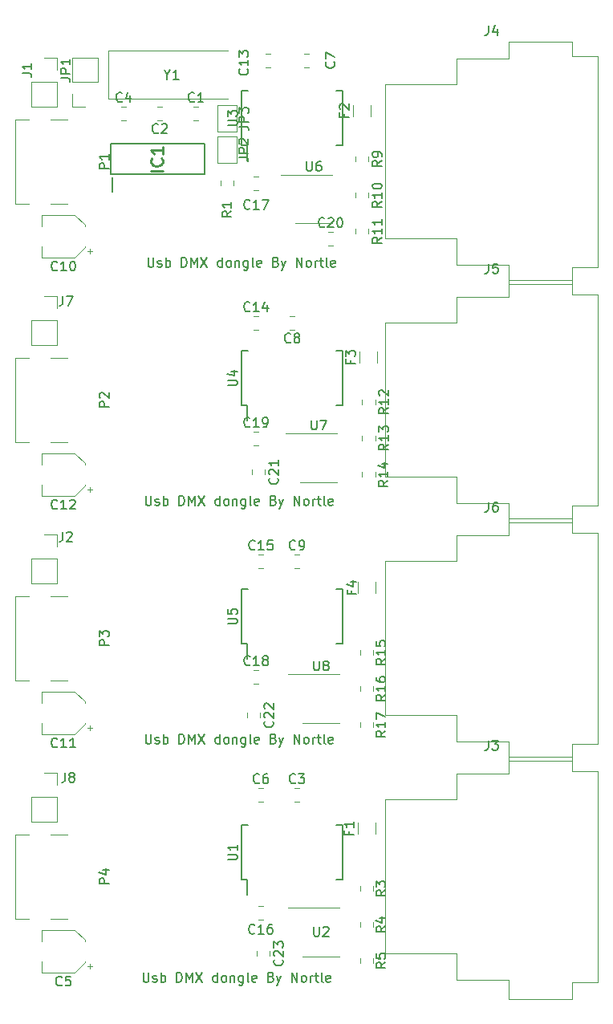
<source format=gbr>
G04 #@! TF.GenerationSoftware,KiCad,Pcbnew,(5.1.5)-3*
G04 #@! TF.CreationDate,2020-07-04T05:18:36+02:00*
G04 #@! TF.ProjectId,DMX_usb,444d585f-7573-4622-9e6b-696361645f70,rev?*
G04 #@! TF.SameCoordinates,Original*
G04 #@! TF.FileFunction,Legend,Top*
G04 #@! TF.FilePolarity,Positive*
%FSLAX46Y46*%
G04 Gerber Fmt 4.6, Leading zero omitted, Abs format (unit mm)*
G04 Created by KiCad (PCBNEW (5.1.5)-3) date 2020-07-04 05:18:36*
%MOMM*%
%LPD*%
G04 APERTURE LIST*
%ADD10C,0.150000*%
%ADD11C,0.120000*%
%ADD12C,0.200000*%
%ADD13C,0.254000*%
G04 APERTURE END LIST*
D10*
X230934857Y-141692380D02*
X230934857Y-142501904D01*
X230982476Y-142597142D01*
X231030095Y-142644761D01*
X231125333Y-142692380D01*
X231315809Y-142692380D01*
X231411047Y-142644761D01*
X231458666Y-142597142D01*
X231506285Y-142501904D01*
X231506285Y-141692380D01*
X231934857Y-142644761D02*
X232030095Y-142692380D01*
X232220571Y-142692380D01*
X232315809Y-142644761D01*
X232363428Y-142549523D01*
X232363428Y-142501904D01*
X232315809Y-142406666D01*
X232220571Y-142359047D01*
X232077714Y-142359047D01*
X231982476Y-142311428D01*
X231934857Y-142216190D01*
X231934857Y-142168571D01*
X231982476Y-142073333D01*
X232077714Y-142025714D01*
X232220571Y-142025714D01*
X232315809Y-142073333D01*
X232792000Y-142692380D02*
X232792000Y-141692380D01*
X232792000Y-142073333D02*
X232887238Y-142025714D01*
X233077714Y-142025714D01*
X233172952Y-142073333D01*
X233220571Y-142120952D01*
X233268190Y-142216190D01*
X233268190Y-142501904D01*
X233220571Y-142597142D01*
X233172952Y-142644761D01*
X233077714Y-142692380D01*
X232887238Y-142692380D01*
X232792000Y-142644761D01*
X234458666Y-142692380D02*
X234458666Y-141692380D01*
X234696761Y-141692380D01*
X234839619Y-141740000D01*
X234934857Y-141835238D01*
X234982476Y-141930476D01*
X235030095Y-142120952D01*
X235030095Y-142263809D01*
X234982476Y-142454285D01*
X234934857Y-142549523D01*
X234839619Y-142644761D01*
X234696761Y-142692380D01*
X234458666Y-142692380D01*
X235458666Y-142692380D02*
X235458666Y-141692380D01*
X235792000Y-142406666D01*
X236125333Y-141692380D01*
X236125333Y-142692380D01*
X236506285Y-141692380D02*
X237172952Y-142692380D01*
X237172952Y-141692380D02*
X236506285Y-142692380D01*
X238744380Y-142692380D02*
X238744380Y-141692380D01*
X238744380Y-142644761D02*
X238649142Y-142692380D01*
X238458666Y-142692380D01*
X238363428Y-142644761D01*
X238315809Y-142597142D01*
X238268190Y-142501904D01*
X238268190Y-142216190D01*
X238315809Y-142120952D01*
X238363428Y-142073333D01*
X238458666Y-142025714D01*
X238649142Y-142025714D01*
X238744380Y-142073333D01*
X239363428Y-142692380D02*
X239268190Y-142644761D01*
X239220571Y-142597142D01*
X239172952Y-142501904D01*
X239172952Y-142216190D01*
X239220571Y-142120952D01*
X239268190Y-142073333D01*
X239363428Y-142025714D01*
X239506285Y-142025714D01*
X239601523Y-142073333D01*
X239649142Y-142120952D01*
X239696761Y-142216190D01*
X239696761Y-142501904D01*
X239649142Y-142597142D01*
X239601523Y-142644761D01*
X239506285Y-142692380D01*
X239363428Y-142692380D01*
X240125333Y-142025714D02*
X240125333Y-142692380D01*
X240125333Y-142120952D02*
X240172952Y-142073333D01*
X240268190Y-142025714D01*
X240411047Y-142025714D01*
X240506285Y-142073333D01*
X240553904Y-142168571D01*
X240553904Y-142692380D01*
X241458666Y-142025714D02*
X241458666Y-142835238D01*
X241411047Y-142930476D01*
X241363428Y-142978095D01*
X241268190Y-143025714D01*
X241125333Y-143025714D01*
X241030095Y-142978095D01*
X241458666Y-142644761D02*
X241363428Y-142692380D01*
X241172952Y-142692380D01*
X241077714Y-142644761D01*
X241030095Y-142597142D01*
X240982476Y-142501904D01*
X240982476Y-142216190D01*
X241030095Y-142120952D01*
X241077714Y-142073333D01*
X241172952Y-142025714D01*
X241363428Y-142025714D01*
X241458666Y-142073333D01*
X242077714Y-142692380D02*
X241982476Y-142644761D01*
X241934857Y-142549523D01*
X241934857Y-141692380D01*
X242839619Y-142644761D02*
X242744380Y-142692380D01*
X242553904Y-142692380D01*
X242458666Y-142644761D01*
X242411047Y-142549523D01*
X242411047Y-142168571D01*
X242458666Y-142073333D01*
X242553904Y-142025714D01*
X242744380Y-142025714D01*
X242839619Y-142073333D01*
X242887238Y-142168571D01*
X242887238Y-142263809D01*
X242411047Y-142359047D01*
X244411047Y-142168571D02*
X244553904Y-142216190D01*
X244601523Y-142263809D01*
X244649142Y-142359047D01*
X244649142Y-142501904D01*
X244601523Y-142597142D01*
X244553904Y-142644761D01*
X244458666Y-142692380D01*
X244077714Y-142692380D01*
X244077714Y-141692380D01*
X244411047Y-141692380D01*
X244506285Y-141740000D01*
X244553904Y-141787619D01*
X244601523Y-141882857D01*
X244601523Y-141978095D01*
X244553904Y-142073333D01*
X244506285Y-142120952D01*
X244411047Y-142168571D01*
X244077714Y-142168571D01*
X244982476Y-142025714D02*
X245220571Y-142692380D01*
X245458666Y-142025714D02*
X245220571Y-142692380D01*
X245125333Y-142930476D01*
X245077714Y-142978095D01*
X244982476Y-143025714D01*
X246601523Y-142692380D02*
X246601523Y-141692380D01*
X247172952Y-142692380D01*
X247172952Y-141692380D01*
X247792000Y-142692380D02*
X247696761Y-142644761D01*
X247649142Y-142597142D01*
X247601523Y-142501904D01*
X247601523Y-142216190D01*
X247649142Y-142120952D01*
X247696761Y-142073333D01*
X247792000Y-142025714D01*
X247934857Y-142025714D01*
X248030095Y-142073333D01*
X248077714Y-142120952D01*
X248125333Y-142216190D01*
X248125333Y-142501904D01*
X248077714Y-142597142D01*
X248030095Y-142644761D01*
X247934857Y-142692380D01*
X247792000Y-142692380D01*
X248553904Y-142692380D02*
X248553904Y-142025714D01*
X248553904Y-142216190D02*
X248601523Y-142120952D01*
X248649142Y-142073333D01*
X248744380Y-142025714D01*
X248839619Y-142025714D01*
X249030095Y-142025714D02*
X249411047Y-142025714D01*
X249172952Y-141692380D02*
X249172952Y-142549523D01*
X249220571Y-142644761D01*
X249315809Y-142692380D01*
X249411047Y-142692380D01*
X249887238Y-142692380D02*
X249792000Y-142644761D01*
X249744380Y-142549523D01*
X249744380Y-141692380D01*
X250649142Y-142644761D02*
X250553904Y-142692380D01*
X250363428Y-142692380D01*
X250268190Y-142644761D01*
X250220571Y-142549523D01*
X250220571Y-142168571D01*
X250268190Y-142073333D01*
X250363428Y-142025714D01*
X250553904Y-142025714D01*
X250649142Y-142073333D01*
X250696761Y-142168571D01*
X250696761Y-142263809D01*
X250220571Y-142359047D01*
X231188857Y-116546380D02*
X231188857Y-117355904D01*
X231236476Y-117451142D01*
X231284095Y-117498761D01*
X231379333Y-117546380D01*
X231569809Y-117546380D01*
X231665047Y-117498761D01*
X231712666Y-117451142D01*
X231760285Y-117355904D01*
X231760285Y-116546380D01*
X232188857Y-117498761D02*
X232284095Y-117546380D01*
X232474571Y-117546380D01*
X232569809Y-117498761D01*
X232617428Y-117403523D01*
X232617428Y-117355904D01*
X232569809Y-117260666D01*
X232474571Y-117213047D01*
X232331714Y-117213047D01*
X232236476Y-117165428D01*
X232188857Y-117070190D01*
X232188857Y-117022571D01*
X232236476Y-116927333D01*
X232331714Y-116879714D01*
X232474571Y-116879714D01*
X232569809Y-116927333D01*
X233046000Y-117546380D02*
X233046000Y-116546380D01*
X233046000Y-116927333D02*
X233141238Y-116879714D01*
X233331714Y-116879714D01*
X233426952Y-116927333D01*
X233474571Y-116974952D01*
X233522190Y-117070190D01*
X233522190Y-117355904D01*
X233474571Y-117451142D01*
X233426952Y-117498761D01*
X233331714Y-117546380D01*
X233141238Y-117546380D01*
X233046000Y-117498761D01*
X234712666Y-117546380D02*
X234712666Y-116546380D01*
X234950761Y-116546380D01*
X235093619Y-116594000D01*
X235188857Y-116689238D01*
X235236476Y-116784476D01*
X235284095Y-116974952D01*
X235284095Y-117117809D01*
X235236476Y-117308285D01*
X235188857Y-117403523D01*
X235093619Y-117498761D01*
X234950761Y-117546380D01*
X234712666Y-117546380D01*
X235712666Y-117546380D02*
X235712666Y-116546380D01*
X236046000Y-117260666D01*
X236379333Y-116546380D01*
X236379333Y-117546380D01*
X236760285Y-116546380D02*
X237426952Y-117546380D01*
X237426952Y-116546380D02*
X236760285Y-117546380D01*
X238998380Y-117546380D02*
X238998380Y-116546380D01*
X238998380Y-117498761D02*
X238903142Y-117546380D01*
X238712666Y-117546380D01*
X238617428Y-117498761D01*
X238569809Y-117451142D01*
X238522190Y-117355904D01*
X238522190Y-117070190D01*
X238569809Y-116974952D01*
X238617428Y-116927333D01*
X238712666Y-116879714D01*
X238903142Y-116879714D01*
X238998380Y-116927333D01*
X239617428Y-117546380D02*
X239522190Y-117498761D01*
X239474571Y-117451142D01*
X239426952Y-117355904D01*
X239426952Y-117070190D01*
X239474571Y-116974952D01*
X239522190Y-116927333D01*
X239617428Y-116879714D01*
X239760285Y-116879714D01*
X239855523Y-116927333D01*
X239903142Y-116974952D01*
X239950761Y-117070190D01*
X239950761Y-117355904D01*
X239903142Y-117451142D01*
X239855523Y-117498761D01*
X239760285Y-117546380D01*
X239617428Y-117546380D01*
X240379333Y-116879714D02*
X240379333Y-117546380D01*
X240379333Y-116974952D02*
X240426952Y-116927333D01*
X240522190Y-116879714D01*
X240665047Y-116879714D01*
X240760285Y-116927333D01*
X240807904Y-117022571D01*
X240807904Y-117546380D01*
X241712666Y-116879714D02*
X241712666Y-117689238D01*
X241665047Y-117784476D01*
X241617428Y-117832095D01*
X241522190Y-117879714D01*
X241379333Y-117879714D01*
X241284095Y-117832095D01*
X241712666Y-117498761D02*
X241617428Y-117546380D01*
X241426952Y-117546380D01*
X241331714Y-117498761D01*
X241284095Y-117451142D01*
X241236476Y-117355904D01*
X241236476Y-117070190D01*
X241284095Y-116974952D01*
X241331714Y-116927333D01*
X241426952Y-116879714D01*
X241617428Y-116879714D01*
X241712666Y-116927333D01*
X242331714Y-117546380D02*
X242236476Y-117498761D01*
X242188857Y-117403523D01*
X242188857Y-116546380D01*
X243093619Y-117498761D02*
X242998380Y-117546380D01*
X242807904Y-117546380D01*
X242712666Y-117498761D01*
X242665047Y-117403523D01*
X242665047Y-117022571D01*
X242712666Y-116927333D01*
X242807904Y-116879714D01*
X242998380Y-116879714D01*
X243093619Y-116927333D01*
X243141238Y-117022571D01*
X243141238Y-117117809D01*
X242665047Y-117213047D01*
X244665047Y-117022571D02*
X244807904Y-117070190D01*
X244855523Y-117117809D01*
X244903142Y-117213047D01*
X244903142Y-117355904D01*
X244855523Y-117451142D01*
X244807904Y-117498761D01*
X244712666Y-117546380D01*
X244331714Y-117546380D01*
X244331714Y-116546380D01*
X244665047Y-116546380D01*
X244760285Y-116594000D01*
X244807904Y-116641619D01*
X244855523Y-116736857D01*
X244855523Y-116832095D01*
X244807904Y-116927333D01*
X244760285Y-116974952D01*
X244665047Y-117022571D01*
X244331714Y-117022571D01*
X245236476Y-116879714D02*
X245474571Y-117546380D01*
X245712666Y-116879714D02*
X245474571Y-117546380D01*
X245379333Y-117784476D01*
X245331714Y-117832095D01*
X245236476Y-117879714D01*
X246855523Y-117546380D02*
X246855523Y-116546380D01*
X247426952Y-117546380D01*
X247426952Y-116546380D01*
X248046000Y-117546380D02*
X247950761Y-117498761D01*
X247903142Y-117451142D01*
X247855523Y-117355904D01*
X247855523Y-117070190D01*
X247903142Y-116974952D01*
X247950761Y-116927333D01*
X248046000Y-116879714D01*
X248188857Y-116879714D01*
X248284095Y-116927333D01*
X248331714Y-116974952D01*
X248379333Y-117070190D01*
X248379333Y-117355904D01*
X248331714Y-117451142D01*
X248284095Y-117498761D01*
X248188857Y-117546380D01*
X248046000Y-117546380D01*
X248807904Y-117546380D02*
X248807904Y-116879714D01*
X248807904Y-117070190D02*
X248855523Y-116974952D01*
X248903142Y-116927333D01*
X248998380Y-116879714D01*
X249093619Y-116879714D01*
X249284095Y-116879714D02*
X249665047Y-116879714D01*
X249426952Y-116546380D02*
X249426952Y-117403523D01*
X249474571Y-117498761D01*
X249569809Y-117546380D01*
X249665047Y-117546380D01*
X250141238Y-117546380D02*
X250046000Y-117498761D01*
X249998380Y-117403523D01*
X249998380Y-116546380D01*
X250903142Y-117498761D02*
X250807904Y-117546380D01*
X250617428Y-117546380D01*
X250522190Y-117498761D01*
X250474571Y-117403523D01*
X250474571Y-117022571D01*
X250522190Y-116927333D01*
X250617428Y-116879714D01*
X250807904Y-116879714D01*
X250903142Y-116927333D01*
X250950761Y-117022571D01*
X250950761Y-117117809D01*
X250474571Y-117213047D01*
X231188857Y-91400380D02*
X231188857Y-92209904D01*
X231236476Y-92305142D01*
X231284095Y-92352761D01*
X231379333Y-92400380D01*
X231569809Y-92400380D01*
X231665047Y-92352761D01*
X231712666Y-92305142D01*
X231760285Y-92209904D01*
X231760285Y-91400380D01*
X232188857Y-92352761D02*
X232284095Y-92400380D01*
X232474571Y-92400380D01*
X232569809Y-92352761D01*
X232617428Y-92257523D01*
X232617428Y-92209904D01*
X232569809Y-92114666D01*
X232474571Y-92067047D01*
X232331714Y-92067047D01*
X232236476Y-92019428D01*
X232188857Y-91924190D01*
X232188857Y-91876571D01*
X232236476Y-91781333D01*
X232331714Y-91733714D01*
X232474571Y-91733714D01*
X232569809Y-91781333D01*
X233046000Y-92400380D02*
X233046000Y-91400380D01*
X233046000Y-91781333D02*
X233141238Y-91733714D01*
X233331714Y-91733714D01*
X233426952Y-91781333D01*
X233474571Y-91828952D01*
X233522190Y-91924190D01*
X233522190Y-92209904D01*
X233474571Y-92305142D01*
X233426952Y-92352761D01*
X233331714Y-92400380D01*
X233141238Y-92400380D01*
X233046000Y-92352761D01*
X234712666Y-92400380D02*
X234712666Y-91400380D01*
X234950761Y-91400380D01*
X235093619Y-91448000D01*
X235188857Y-91543238D01*
X235236476Y-91638476D01*
X235284095Y-91828952D01*
X235284095Y-91971809D01*
X235236476Y-92162285D01*
X235188857Y-92257523D01*
X235093619Y-92352761D01*
X234950761Y-92400380D01*
X234712666Y-92400380D01*
X235712666Y-92400380D02*
X235712666Y-91400380D01*
X236046000Y-92114666D01*
X236379333Y-91400380D01*
X236379333Y-92400380D01*
X236760285Y-91400380D02*
X237426952Y-92400380D01*
X237426952Y-91400380D02*
X236760285Y-92400380D01*
X238998380Y-92400380D02*
X238998380Y-91400380D01*
X238998380Y-92352761D02*
X238903142Y-92400380D01*
X238712666Y-92400380D01*
X238617428Y-92352761D01*
X238569809Y-92305142D01*
X238522190Y-92209904D01*
X238522190Y-91924190D01*
X238569809Y-91828952D01*
X238617428Y-91781333D01*
X238712666Y-91733714D01*
X238903142Y-91733714D01*
X238998380Y-91781333D01*
X239617428Y-92400380D02*
X239522190Y-92352761D01*
X239474571Y-92305142D01*
X239426952Y-92209904D01*
X239426952Y-91924190D01*
X239474571Y-91828952D01*
X239522190Y-91781333D01*
X239617428Y-91733714D01*
X239760285Y-91733714D01*
X239855523Y-91781333D01*
X239903142Y-91828952D01*
X239950761Y-91924190D01*
X239950761Y-92209904D01*
X239903142Y-92305142D01*
X239855523Y-92352761D01*
X239760285Y-92400380D01*
X239617428Y-92400380D01*
X240379333Y-91733714D02*
X240379333Y-92400380D01*
X240379333Y-91828952D02*
X240426952Y-91781333D01*
X240522190Y-91733714D01*
X240665047Y-91733714D01*
X240760285Y-91781333D01*
X240807904Y-91876571D01*
X240807904Y-92400380D01*
X241712666Y-91733714D02*
X241712666Y-92543238D01*
X241665047Y-92638476D01*
X241617428Y-92686095D01*
X241522190Y-92733714D01*
X241379333Y-92733714D01*
X241284095Y-92686095D01*
X241712666Y-92352761D02*
X241617428Y-92400380D01*
X241426952Y-92400380D01*
X241331714Y-92352761D01*
X241284095Y-92305142D01*
X241236476Y-92209904D01*
X241236476Y-91924190D01*
X241284095Y-91828952D01*
X241331714Y-91781333D01*
X241426952Y-91733714D01*
X241617428Y-91733714D01*
X241712666Y-91781333D01*
X242331714Y-92400380D02*
X242236476Y-92352761D01*
X242188857Y-92257523D01*
X242188857Y-91400380D01*
X243093619Y-92352761D02*
X242998380Y-92400380D01*
X242807904Y-92400380D01*
X242712666Y-92352761D01*
X242665047Y-92257523D01*
X242665047Y-91876571D01*
X242712666Y-91781333D01*
X242807904Y-91733714D01*
X242998380Y-91733714D01*
X243093619Y-91781333D01*
X243141238Y-91876571D01*
X243141238Y-91971809D01*
X242665047Y-92067047D01*
X244665047Y-91876571D02*
X244807904Y-91924190D01*
X244855523Y-91971809D01*
X244903142Y-92067047D01*
X244903142Y-92209904D01*
X244855523Y-92305142D01*
X244807904Y-92352761D01*
X244712666Y-92400380D01*
X244331714Y-92400380D01*
X244331714Y-91400380D01*
X244665047Y-91400380D01*
X244760285Y-91448000D01*
X244807904Y-91495619D01*
X244855523Y-91590857D01*
X244855523Y-91686095D01*
X244807904Y-91781333D01*
X244760285Y-91828952D01*
X244665047Y-91876571D01*
X244331714Y-91876571D01*
X245236476Y-91733714D02*
X245474571Y-92400380D01*
X245712666Y-91733714D02*
X245474571Y-92400380D01*
X245379333Y-92638476D01*
X245331714Y-92686095D01*
X245236476Y-92733714D01*
X246855523Y-92400380D02*
X246855523Y-91400380D01*
X247426952Y-92400380D01*
X247426952Y-91400380D01*
X248046000Y-92400380D02*
X247950761Y-92352761D01*
X247903142Y-92305142D01*
X247855523Y-92209904D01*
X247855523Y-91924190D01*
X247903142Y-91828952D01*
X247950761Y-91781333D01*
X248046000Y-91733714D01*
X248188857Y-91733714D01*
X248284095Y-91781333D01*
X248331714Y-91828952D01*
X248379333Y-91924190D01*
X248379333Y-92209904D01*
X248331714Y-92305142D01*
X248284095Y-92352761D01*
X248188857Y-92400380D01*
X248046000Y-92400380D01*
X248807904Y-92400380D02*
X248807904Y-91733714D01*
X248807904Y-91924190D02*
X248855523Y-91828952D01*
X248903142Y-91781333D01*
X248998380Y-91733714D01*
X249093619Y-91733714D01*
X249284095Y-91733714D02*
X249665047Y-91733714D01*
X249426952Y-91400380D02*
X249426952Y-92257523D01*
X249474571Y-92352761D01*
X249569809Y-92400380D01*
X249665047Y-92400380D01*
X250141238Y-92400380D02*
X250046000Y-92352761D01*
X249998380Y-92257523D01*
X249998380Y-91400380D01*
X250903142Y-92352761D02*
X250807904Y-92400380D01*
X250617428Y-92400380D01*
X250522190Y-92352761D01*
X250474571Y-92257523D01*
X250474571Y-91876571D01*
X250522190Y-91781333D01*
X250617428Y-91733714D01*
X250807904Y-91733714D01*
X250903142Y-91781333D01*
X250950761Y-91876571D01*
X250950761Y-91971809D01*
X250474571Y-92067047D01*
X231442857Y-66254380D02*
X231442857Y-67063904D01*
X231490476Y-67159142D01*
X231538095Y-67206761D01*
X231633333Y-67254380D01*
X231823809Y-67254380D01*
X231919047Y-67206761D01*
X231966666Y-67159142D01*
X232014285Y-67063904D01*
X232014285Y-66254380D01*
X232442857Y-67206761D02*
X232538095Y-67254380D01*
X232728571Y-67254380D01*
X232823809Y-67206761D01*
X232871428Y-67111523D01*
X232871428Y-67063904D01*
X232823809Y-66968666D01*
X232728571Y-66921047D01*
X232585714Y-66921047D01*
X232490476Y-66873428D01*
X232442857Y-66778190D01*
X232442857Y-66730571D01*
X232490476Y-66635333D01*
X232585714Y-66587714D01*
X232728571Y-66587714D01*
X232823809Y-66635333D01*
X233300000Y-67254380D02*
X233300000Y-66254380D01*
X233300000Y-66635333D02*
X233395238Y-66587714D01*
X233585714Y-66587714D01*
X233680952Y-66635333D01*
X233728571Y-66682952D01*
X233776190Y-66778190D01*
X233776190Y-67063904D01*
X233728571Y-67159142D01*
X233680952Y-67206761D01*
X233585714Y-67254380D01*
X233395238Y-67254380D01*
X233300000Y-67206761D01*
X234966666Y-67254380D02*
X234966666Y-66254380D01*
X235204761Y-66254380D01*
X235347619Y-66302000D01*
X235442857Y-66397238D01*
X235490476Y-66492476D01*
X235538095Y-66682952D01*
X235538095Y-66825809D01*
X235490476Y-67016285D01*
X235442857Y-67111523D01*
X235347619Y-67206761D01*
X235204761Y-67254380D01*
X234966666Y-67254380D01*
X235966666Y-67254380D02*
X235966666Y-66254380D01*
X236300000Y-66968666D01*
X236633333Y-66254380D01*
X236633333Y-67254380D01*
X237014285Y-66254380D02*
X237680952Y-67254380D01*
X237680952Y-66254380D02*
X237014285Y-67254380D01*
X239252380Y-67254380D02*
X239252380Y-66254380D01*
X239252380Y-67206761D02*
X239157142Y-67254380D01*
X238966666Y-67254380D01*
X238871428Y-67206761D01*
X238823809Y-67159142D01*
X238776190Y-67063904D01*
X238776190Y-66778190D01*
X238823809Y-66682952D01*
X238871428Y-66635333D01*
X238966666Y-66587714D01*
X239157142Y-66587714D01*
X239252380Y-66635333D01*
X239871428Y-67254380D02*
X239776190Y-67206761D01*
X239728571Y-67159142D01*
X239680952Y-67063904D01*
X239680952Y-66778190D01*
X239728571Y-66682952D01*
X239776190Y-66635333D01*
X239871428Y-66587714D01*
X240014285Y-66587714D01*
X240109523Y-66635333D01*
X240157142Y-66682952D01*
X240204761Y-66778190D01*
X240204761Y-67063904D01*
X240157142Y-67159142D01*
X240109523Y-67206761D01*
X240014285Y-67254380D01*
X239871428Y-67254380D01*
X240633333Y-66587714D02*
X240633333Y-67254380D01*
X240633333Y-66682952D02*
X240680952Y-66635333D01*
X240776190Y-66587714D01*
X240919047Y-66587714D01*
X241014285Y-66635333D01*
X241061904Y-66730571D01*
X241061904Y-67254380D01*
X241966666Y-66587714D02*
X241966666Y-67397238D01*
X241919047Y-67492476D01*
X241871428Y-67540095D01*
X241776190Y-67587714D01*
X241633333Y-67587714D01*
X241538095Y-67540095D01*
X241966666Y-67206761D02*
X241871428Y-67254380D01*
X241680952Y-67254380D01*
X241585714Y-67206761D01*
X241538095Y-67159142D01*
X241490476Y-67063904D01*
X241490476Y-66778190D01*
X241538095Y-66682952D01*
X241585714Y-66635333D01*
X241680952Y-66587714D01*
X241871428Y-66587714D01*
X241966666Y-66635333D01*
X242585714Y-67254380D02*
X242490476Y-67206761D01*
X242442857Y-67111523D01*
X242442857Y-66254380D01*
X243347619Y-67206761D02*
X243252380Y-67254380D01*
X243061904Y-67254380D01*
X242966666Y-67206761D01*
X242919047Y-67111523D01*
X242919047Y-66730571D01*
X242966666Y-66635333D01*
X243061904Y-66587714D01*
X243252380Y-66587714D01*
X243347619Y-66635333D01*
X243395238Y-66730571D01*
X243395238Y-66825809D01*
X242919047Y-66921047D01*
X244919047Y-66730571D02*
X245061904Y-66778190D01*
X245109523Y-66825809D01*
X245157142Y-66921047D01*
X245157142Y-67063904D01*
X245109523Y-67159142D01*
X245061904Y-67206761D01*
X244966666Y-67254380D01*
X244585714Y-67254380D01*
X244585714Y-66254380D01*
X244919047Y-66254380D01*
X245014285Y-66302000D01*
X245061904Y-66349619D01*
X245109523Y-66444857D01*
X245109523Y-66540095D01*
X245061904Y-66635333D01*
X245014285Y-66682952D01*
X244919047Y-66730571D01*
X244585714Y-66730571D01*
X245490476Y-66587714D02*
X245728571Y-67254380D01*
X245966666Y-66587714D02*
X245728571Y-67254380D01*
X245633333Y-67492476D01*
X245585714Y-67540095D01*
X245490476Y-67587714D01*
X247109523Y-67254380D02*
X247109523Y-66254380D01*
X247680952Y-67254380D01*
X247680952Y-66254380D01*
X248300000Y-67254380D02*
X248204761Y-67206761D01*
X248157142Y-67159142D01*
X248109523Y-67063904D01*
X248109523Y-66778190D01*
X248157142Y-66682952D01*
X248204761Y-66635333D01*
X248300000Y-66587714D01*
X248442857Y-66587714D01*
X248538095Y-66635333D01*
X248585714Y-66682952D01*
X248633333Y-66778190D01*
X248633333Y-67063904D01*
X248585714Y-67159142D01*
X248538095Y-67206761D01*
X248442857Y-67254380D01*
X248300000Y-67254380D01*
X249061904Y-67254380D02*
X249061904Y-66587714D01*
X249061904Y-66778190D02*
X249109523Y-66682952D01*
X249157142Y-66635333D01*
X249252380Y-66587714D01*
X249347619Y-66587714D01*
X249538095Y-66587714D02*
X249919047Y-66587714D01*
X249680952Y-66254380D02*
X249680952Y-67111523D01*
X249728571Y-67206761D01*
X249823809Y-67254380D01*
X249919047Y-67254380D01*
X250395238Y-67254380D02*
X250300000Y-67206761D01*
X250252380Y-67111523D01*
X250252380Y-66254380D01*
X251157142Y-67206761D02*
X251061904Y-67254380D01*
X250871428Y-67254380D01*
X250776190Y-67206761D01*
X250728571Y-67111523D01*
X250728571Y-66730571D01*
X250776190Y-66635333D01*
X250871428Y-66587714D01*
X251061904Y-66587714D01*
X251157142Y-66635333D01*
X251204761Y-66730571D01*
X251204761Y-66825809D01*
X250728571Y-66921047D01*
D11*
X220472000Y-120590000D02*
X221802000Y-120590000D01*
X221802000Y-120590000D02*
X221802000Y-121920000D01*
X221802000Y-123190000D02*
X221802000Y-125790000D01*
X219142000Y-125790000D02*
X221802000Y-125790000D01*
X219142000Y-123190000D02*
X219142000Y-125790000D01*
X219142000Y-123190000D02*
X221802000Y-123190000D01*
X220472000Y-70298000D02*
X221802000Y-70298000D01*
X221802000Y-70298000D02*
X221802000Y-71628000D01*
X221802000Y-72898000D02*
X221802000Y-75498000D01*
X219142000Y-75498000D02*
X221802000Y-75498000D01*
X219142000Y-72898000D02*
X219142000Y-75498000D01*
X219142000Y-72898000D02*
X221802000Y-72898000D01*
X220472000Y-95444000D02*
X221802000Y-95444000D01*
X221802000Y-95444000D02*
X221802000Y-96774000D01*
X221802000Y-98044000D02*
X221802000Y-100644000D01*
X219142000Y-100644000D02*
X221802000Y-100644000D01*
X219142000Y-98044000D02*
X219142000Y-100644000D01*
X219142000Y-98044000D02*
X221802000Y-98044000D01*
X227234000Y-49540000D02*
X239834000Y-49540000D01*
X227234000Y-44440000D02*
X227234000Y-49540000D01*
X239834000Y-44440000D02*
X227234000Y-44440000D01*
X248920000Y-57511000D02*
X245470000Y-57511000D01*
X248920000Y-57511000D02*
X250870000Y-57511000D01*
X248920000Y-62631000D02*
X246970000Y-62631000D01*
X248920000Y-62631000D02*
X250870000Y-62631000D01*
D10*
X241884000Y-54437000D02*
X241884000Y-56037000D01*
X251959000Y-54437000D02*
X251959000Y-48687000D01*
X241309000Y-54437000D02*
X241309000Y-48687000D01*
X251959000Y-54437000D02*
X251309000Y-54437000D01*
X251959000Y-48687000D02*
X251309000Y-48687000D01*
X241309000Y-48687000D02*
X241959000Y-48687000D01*
X241309000Y-54437000D02*
X241884000Y-54437000D01*
D11*
X253290000Y-63238748D02*
X253290000Y-63761252D01*
X254710000Y-63238748D02*
X254710000Y-63761252D01*
X253290000Y-59437748D02*
X253290000Y-59960252D01*
X254710000Y-59437748D02*
X254710000Y-59960252D01*
X253290000Y-55609748D02*
X253290000Y-56132252D01*
X254710000Y-55609748D02*
X254710000Y-56132252D01*
X239066000Y-58158748D02*
X239066000Y-58681252D01*
X240486000Y-58158748D02*
X240486000Y-58681252D01*
X217410000Y-60604000D02*
X217410000Y-51664000D01*
X222920000Y-60604000D02*
X221120000Y-60604000D01*
X217410000Y-60604000D02*
X218870000Y-60604000D01*
X217410000Y-51664000D02*
X218870000Y-51664000D01*
X222920000Y-51664000D02*
X221120000Y-51664000D01*
X240776000Y-50199000D02*
X240776000Y-52999000D01*
X240776000Y-52999000D02*
X238776000Y-52999000D01*
X238776000Y-52999000D02*
X238776000Y-50199000D01*
X238776000Y-50199000D02*
X240776000Y-50199000D01*
X240776000Y-53464000D02*
X240776000Y-56264000D01*
X240776000Y-56264000D02*
X238776000Y-56264000D01*
X238776000Y-56264000D02*
X238776000Y-53464000D01*
X238776000Y-53464000D02*
X240776000Y-53464000D01*
X224790000Y-50352000D02*
X223460000Y-50352000D01*
X223460000Y-50352000D02*
X223460000Y-49022000D01*
X223460000Y-47752000D02*
X223460000Y-45152000D01*
X226120000Y-45152000D02*
X223460000Y-45152000D01*
X226120000Y-47752000D02*
X226120000Y-45152000D01*
X226120000Y-47752000D02*
X223460000Y-47752000D01*
D12*
X227680000Y-59355000D02*
X227680000Y-57830000D01*
X237360000Y-57480000D02*
X227460000Y-57480000D01*
X237360000Y-54280000D02*
X237360000Y-57480000D01*
X227460000Y-54280000D02*
X237360000Y-54280000D01*
X227460000Y-57480000D02*
X227460000Y-54280000D01*
D11*
X250436748Y-64972000D02*
X250959252Y-64972000D01*
X250436748Y-63552000D02*
X250959252Y-63552000D01*
X242562748Y-59130000D02*
X243085252Y-59130000D01*
X242562748Y-57710000D02*
X243085252Y-57710000D01*
X243832748Y-46176000D02*
X244355252Y-46176000D01*
X243832748Y-44756000D02*
X244355252Y-44756000D01*
X220244000Y-61748000D02*
X220244000Y-62948000D01*
X220244000Y-66268000D02*
X220244000Y-65068000D01*
X223699563Y-66268000D02*
X220244000Y-66268000D01*
X223699563Y-61748000D02*
X220244000Y-61748000D01*
X224764000Y-62812437D02*
X224764000Y-62948000D01*
X224764000Y-65203563D02*
X224764000Y-65068000D01*
X224764000Y-65203563D02*
X223699563Y-66268000D01*
X224764000Y-62812437D02*
X223699563Y-61748000D01*
X225504000Y-65568000D02*
X225004000Y-65568000D01*
X225254000Y-65818000D02*
X225254000Y-65318000D01*
X247887748Y-46176000D02*
X248410252Y-46176000D01*
X247887748Y-44756000D02*
X248410252Y-44756000D01*
X225254000Y-141256000D02*
X225254000Y-140756000D01*
X225504000Y-141006000D02*
X225004000Y-141006000D01*
X224764000Y-138250437D02*
X223699563Y-137186000D01*
X224764000Y-140641563D02*
X223699563Y-141706000D01*
X224764000Y-140641563D02*
X224764000Y-140506000D01*
X224764000Y-138250437D02*
X224764000Y-138386000D01*
X223699563Y-137186000D02*
X220244000Y-137186000D01*
X223699563Y-141706000D02*
X220244000Y-141706000D01*
X220244000Y-141706000D02*
X220244000Y-140506000D01*
X220244000Y-137186000D02*
X220244000Y-138386000D01*
X249428000Y-84816000D02*
X245978000Y-84816000D01*
X249428000Y-84816000D02*
X251378000Y-84816000D01*
X249428000Y-89936000D02*
X247478000Y-89936000D01*
X249428000Y-89936000D02*
X251378000Y-89936000D01*
X269478000Y-67004000D02*
X263978000Y-67004000D01*
X263978000Y-64254000D02*
X263978000Y-67004000D01*
X263978000Y-64254000D02*
X256478000Y-64254000D01*
X263978000Y-45264000D02*
X263978000Y-48014000D01*
X256478000Y-48014000D02*
X256478000Y-64254000D01*
X269478000Y-45264000D02*
X263978000Y-45264000D01*
X263978000Y-48014000D02*
X256478000Y-48014000D01*
X278918000Y-45014000D02*
X278918000Y-67254000D01*
X276218000Y-43514000D02*
X276218000Y-45014000D01*
X276218000Y-67254000D02*
X276218000Y-69054000D01*
X276218000Y-67254000D02*
X278918000Y-67254000D01*
X276218000Y-45014000D02*
X278918000Y-45014000D01*
X269478000Y-69054000D02*
X269478000Y-67004000D01*
X269478000Y-45264000D02*
X269478000Y-43514000D01*
X276218000Y-43514000D02*
X269478000Y-43514000D01*
X276218000Y-69054000D02*
X269478000Y-69054000D01*
X269478000Y-117296000D02*
X263978000Y-117296000D01*
X263978000Y-114546000D02*
X263978000Y-117296000D01*
X263978000Y-114546000D02*
X256478000Y-114546000D01*
X263978000Y-95556000D02*
X263978000Y-98306000D01*
X256478000Y-98306000D02*
X256478000Y-114546000D01*
X269478000Y-95556000D02*
X263978000Y-95556000D01*
X263978000Y-98306000D02*
X256478000Y-98306000D01*
X278918000Y-95306000D02*
X278918000Y-117546000D01*
X276218000Y-93806000D02*
X276218000Y-95306000D01*
X276218000Y-117546000D02*
X276218000Y-119346000D01*
X276218000Y-117546000D02*
X278918000Y-117546000D01*
X276218000Y-95306000D02*
X278918000Y-95306000D01*
X269478000Y-119346000D02*
X269478000Y-117296000D01*
X269478000Y-95556000D02*
X269478000Y-93806000D01*
X276218000Y-93806000D02*
X269478000Y-93806000D01*
X276218000Y-119346000D02*
X269478000Y-119346000D01*
X242876000Y-139438748D02*
X242876000Y-139961252D01*
X244296000Y-139438748D02*
X244296000Y-139961252D01*
X241860000Y-114292748D02*
X241860000Y-114815252D01*
X243280000Y-114292748D02*
X243280000Y-114815252D01*
X242368000Y-88638748D02*
X242368000Y-89161252D01*
X243788000Y-88638748D02*
X243788000Y-89161252D01*
X249682000Y-110216000D02*
X246232000Y-110216000D01*
X249682000Y-110216000D02*
X251632000Y-110216000D01*
X249682000Y-115336000D02*
X247732000Y-115336000D01*
X249682000Y-115336000D02*
X251632000Y-115336000D01*
D10*
X241884000Y-107015000D02*
X241884000Y-108615000D01*
X251959000Y-107015000D02*
X251959000Y-101265000D01*
X241309000Y-107015000D02*
X241309000Y-101265000D01*
X251959000Y-107015000D02*
X251309000Y-107015000D01*
X251959000Y-101265000D02*
X251309000Y-101265000D01*
X241309000Y-101265000D02*
X241959000Y-101265000D01*
X241309000Y-107015000D02*
X241884000Y-107015000D01*
X241884000Y-81869000D02*
X241884000Y-83469000D01*
X251959000Y-81869000D02*
X251959000Y-76119000D01*
X241309000Y-81869000D02*
X241309000Y-76119000D01*
X251959000Y-81869000D02*
X251309000Y-81869000D01*
X251959000Y-76119000D02*
X251309000Y-76119000D01*
X241309000Y-76119000D02*
X241959000Y-76119000D01*
X241309000Y-81869000D02*
X241884000Y-81869000D01*
D11*
X249682000Y-134854000D02*
X246232000Y-134854000D01*
X249682000Y-134854000D02*
X251632000Y-134854000D01*
X249682000Y-139974000D02*
X247732000Y-139974000D01*
X249682000Y-139974000D02*
X251632000Y-139974000D01*
D10*
X241884000Y-131907000D02*
X241884000Y-133507000D01*
X251959000Y-131907000D02*
X251959000Y-126157000D01*
X241309000Y-131907000D02*
X241309000Y-126157000D01*
X251959000Y-131907000D02*
X251309000Y-131907000D01*
X251959000Y-126157000D02*
X251309000Y-126157000D01*
X241309000Y-126157000D02*
X241959000Y-126157000D01*
X241309000Y-131907000D02*
X241884000Y-131907000D01*
D11*
X253798000Y-115299748D02*
X253798000Y-115822252D01*
X255218000Y-115299748D02*
X255218000Y-115822252D01*
X253798000Y-111489748D02*
X253798000Y-112012252D01*
X255218000Y-111489748D02*
X255218000Y-112012252D01*
X253798000Y-107688748D02*
X253798000Y-108211252D01*
X255218000Y-107688748D02*
X255218000Y-108211252D01*
X253975800Y-88867348D02*
X253975800Y-89389852D01*
X255395800Y-88867348D02*
X255395800Y-89389852D01*
X253975800Y-85057348D02*
X253975800Y-85579852D01*
X255395800Y-85057348D02*
X255395800Y-85579852D01*
X253975800Y-81238348D02*
X253975800Y-81760852D01*
X255395800Y-81238348D02*
X255395800Y-81760852D01*
X253798000Y-140191748D02*
X253798000Y-140714252D01*
X255218000Y-140191748D02*
X255218000Y-140714252D01*
X253798000Y-136381748D02*
X253798000Y-136904252D01*
X255218000Y-136381748D02*
X255218000Y-136904252D01*
X253798000Y-132580748D02*
X253798000Y-133103252D01*
X255218000Y-132580748D02*
X255218000Y-133103252D01*
X222920000Y-127102000D02*
X221120000Y-127102000D01*
X217410000Y-127102000D02*
X218870000Y-127102000D01*
X217410000Y-136042000D02*
X218870000Y-136042000D01*
X222920000Y-136042000D02*
X221120000Y-136042000D01*
X217410000Y-136042000D02*
X217410000Y-127102000D01*
X222920000Y-101956000D02*
X221120000Y-101956000D01*
X217410000Y-101956000D02*
X218870000Y-101956000D01*
X217410000Y-110896000D02*
X218870000Y-110896000D01*
X222920000Y-110896000D02*
X221120000Y-110896000D01*
X217410000Y-110896000D02*
X217410000Y-101956000D01*
X222920000Y-76810000D02*
X221120000Y-76810000D01*
X217410000Y-76810000D02*
X218870000Y-76810000D01*
X217410000Y-85750000D02*
X218870000Y-85750000D01*
X222920000Y-85750000D02*
X221120000Y-85750000D01*
X217410000Y-85750000D02*
X217410000Y-76810000D01*
X269478000Y-92150000D02*
X263978000Y-92150000D01*
X263978000Y-89400000D02*
X263978000Y-92150000D01*
X263978000Y-89400000D02*
X256478000Y-89400000D01*
X263978000Y-70410000D02*
X263978000Y-73160000D01*
X256478000Y-73160000D02*
X256478000Y-89400000D01*
X269478000Y-70410000D02*
X263978000Y-70410000D01*
X263978000Y-73160000D02*
X256478000Y-73160000D01*
X278918000Y-70160000D02*
X278918000Y-92400000D01*
X276218000Y-68660000D02*
X276218000Y-70160000D01*
X276218000Y-92400000D02*
X276218000Y-94200000D01*
X276218000Y-92400000D02*
X278918000Y-92400000D01*
X276218000Y-70160000D02*
X278918000Y-70160000D01*
X269478000Y-94200000D02*
X269478000Y-92150000D01*
X269478000Y-70410000D02*
X269478000Y-68660000D01*
X276218000Y-68660000D02*
X269478000Y-68660000D01*
X276218000Y-94200000D02*
X269478000Y-94200000D01*
X269478000Y-142442000D02*
X263978000Y-142442000D01*
X263978000Y-139692000D02*
X263978000Y-142442000D01*
X263978000Y-139692000D02*
X256478000Y-139692000D01*
X263978000Y-120702000D02*
X263978000Y-123452000D01*
X256478000Y-123452000D02*
X256478000Y-139692000D01*
X269478000Y-120702000D02*
X263978000Y-120702000D01*
X263978000Y-123452000D02*
X256478000Y-123452000D01*
X278918000Y-120452000D02*
X278918000Y-142692000D01*
X276218000Y-118952000D02*
X276218000Y-120452000D01*
X276218000Y-142692000D02*
X276218000Y-144492000D01*
X276218000Y-142692000D02*
X278918000Y-142692000D01*
X276218000Y-120452000D02*
X278918000Y-120452000D01*
X269478000Y-144492000D02*
X269478000Y-142442000D01*
X269478000Y-120702000D02*
X269478000Y-118952000D01*
X276218000Y-118952000D02*
X269478000Y-118952000D01*
X276218000Y-144492000D02*
X269478000Y-144492000D01*
X220472000Y-45152000D02*
X221802000Y-45152000D01*
X221802000Y-45152000D02*
X221802000Y-46482000D01*
X221802000Y-47752000D02*
X221802000Y-50352000D01*
X219142000Y-50352000D02*
X221802000Y-50352000D01*
X219142000Y-47752000D02*
X219142000Y-50352000D01*
X219142000Y-47752000D02*
X221802000Y-47752000D01*
X255418000Y-101694064D02*
X255418000Y-100489936D01*
X253598000Y-101694064D02*
X253598000Y-100489936D01*
X255570400Y-77386264D02*
X255570400Y-76182136D01*
X253750400Y-77386264D02*
X253750400Y-76182136D01*
X254910000Y-51365564D02*
X254910000Y-50161436D01*
X253090000Y-51365564D02*
X253090000Y-50161436D01*
X255418000Y-127094064D02*
X255418000Y-125889936D01*
X253598000Y-127094064D02*
X253598000Y-125889936D01*
X242562748Y-86054000D02*
X243085252Y-86054000D01*
X242562748Y-84634000D02*
X243085252Y-84634000D01*
X242571748Y-111200000D02*
X243094252Y-111200000D01*
X242571748Y-109780000D02*
X243094252Y-109780000D01*
X243070748Y-136092000D02*
X243593252Y-136092000D01*
X243070748Y-134672000D02*
X243593252Y-134672000D01*
X243079748Y-99008000D02*
X243602252Y-99008000D01*
X243079748Y-97588000D02*
X243602252Y-97588000D01*
X242562748Y-73862000D02*
X243085252Y-73862000D01*
X242562748Y-72442000D02*
X243085252Y-72442000D01*
X225254000Y-90964000D02*
X225254000Y-90464000D01*
X225504000Y-90714000D02*
X225004000Y-90714000D01*
X224764000Y-87958437D02*
X223699563Y-86894000D01*
X224764000Y-90349563D02*
X223699563Y-91414000D01*
X224764000Y-90349563D02*
X224764000Y-90214000D01*
X224764000Y-87958437D02*
X224764000Y-88094000D01*
X223699563Y-86894000D02*
X220244000Y-86894000D01*
X223699563Y-91414000D02*
X220244000Y-91414000D01*
X220244000Y-91414000D02*
X220244000Y-90214000D01*
X220244000Y-86894000D02*
X220244000Y-88094000D01*
X225254000Y-116110000D02*
X225254000Y-115610000D01*
X225504000Y-115860000D02*
X225004000Y-115860000D01*
X224764000Y-113104437D02*
X223699563Y-112040000D01*
X224764000Y-115495563D02*
X223699563Y-116560000D01*
X224764000Y-115495563D02*
X224764000Y-115360000D01*
X224764000Y-113104437D02*
X224764000Y-113240000D01*
X223699563Y-112040000D02*
X220244000Y-112040000D01*
X223699563Y-116560000D02*
X220244000Y-116560000D01*
X220244000Y-116560000D02*
X220244000Y-115360000D01*
X220244000Y-112040000D02*
X220244000Y-113240000D01*
X246871748Y-99008000D02*
X247394252Y-99008000D01*
X246871748Y-97588000D02*
X247394252Y-97588000D01*
X246904252Y-72442000D02*
X246381748Y-72442000D01*
X246904252Y-73862000D02*
X246381748Y-73862000D01*
X243070748Y-123646000D02*
X243593252Y-123646000D01*
X243070748Y-122226000D02*
X243593252Y-122226000D01*
X228592748Y-51764000D02*
X229115252Y-51764000D01*
X228592748Y-50344000D02*
X229115252Y-50344000D01*
X246880748Y-123646000D02*
X247403252Y-123646000D01*
X246880748Y-122226000D02*
X247403252Y-122226000D01*
X232925252Y-50344000D02*
X232402748Y-50344000D01*
X232925252Y-51764000D02*
X232402748Y-51764000D01*
X236212748Y-51764000D02*
X236735252Y-51764000D01*
X236212748Y-50344000D02*
X236735252Y-50344000D01*
D10*
X222678666Y-120610380D02*
X222678666Y-121324666D01*
X222631047Y-121467523D01*
X222535809Y-121562761D01*
X222392952Y-121610380D01*
X222297714Y-121610380D01*
X223297714Y-121038952D02*
X223202476Y-120991333D01*
X223154857Y-120943714D01*
X223107238Y-120848476D01*
X223107238Y-120800857D01*
X223154857Y-120705619D01*
X223202476Y-120658000D01*
X223297714Y-120610380D01*
X223488190Y-120610380D01*
X223583428Y-120658000D01*
X223631047Y-120705619D01*
X223678666Y-120800857D01*
X223678666Y-120848476D01*
X223631047Y-120943714D01*
X223583428Y-120991333D01*
X223488190Y-121038952D01*
X223297714Y-121038952D01*
X223202476Y-121086571D01*
X223154857Y-121134190D01*
X223107238Y-121229428D01*
X223107238Y-121419904D01*
X223154857Y-121515142D01*
X223202476Y-121562761D01*
X223297714Y-121610380D01*
X223488190Y-121610380D01*
X223583428Y-121562761D01*
X223631047Y-121515142D01*
X223678666Y-121419904D01*
X223678666Y-121229428D01*
X223631047Y-121134190D01*
X223583428Y-121086571D01*
X223488190Y-121038952D01*
X222424666Y-70318380D02*
X222424666Y-71032666D01*
X222377047Y-71175523D01*
X222281809Y-71270761D01*
X222138952Y-71318380D01*
X222043714Y-71318380D01*
X222805619Y-70318380D02*
X223472285Y-70318380D01*
X223043714Y-71318380D01*
X222424666Y-95210380D02*
X222424666Y-95924666D01*
X222377047Y-96067523D01*
X222281809Y-96162761D01*
X222138952Y-96210380D01*
X222043714Y-96210380D01*
X222853238Y-95305619D02*
X222900857Y-95258000D01*
X222996095Y-95210380D01*
X223234190Y-95210380D01*
X223329428Y-95258000D01*
X223377047Y-95305619D01*
X223424666Y-95400857D01*
X223424666Y-95496095D01*
X223377047Y-95638952D01*
X222805619Y-96210380D01*
X223424666Y-96210380D01*
X233457809Y-46966190D02*
X233457809Y-47442380D01*
X233124476Y-46442380D02*
X233457809Y-46966190D01*
X233791142Y-46442380D01*
X234648285Y-47442380D02*
X234076857Y-47442380D01*
X234362571Y-47442380D02*
X234362571Y-46442380D01*
X234267333Y-46585238D01*
X234172095Y-46680476D01*
X234076857Y-46728095D01*
X248158095Y-56123380D02*
X248158095Y-56932904D01*
X248205714Y-57028142D01*
X248253333Y-57075761D01*
X248348571Y-57123380D01*
X248539047Y-57123380D01*
X248634285Y-57075761D01*
X248681904Y-57028142D01*
X248729523Y-56932904D01*
X248729523Y-56123380D01*
X249634285Y-56123380D02*
X249443809Y-56123380D01*
X249348571Y-56171000D01*
X249300952Y-56218619D01*
X249205714Y-56361476D01*
X249158095Y-56551952D01*
X249158095Y-56932904D01*
X249205714Y-57028142D01*
X249253333Y-57075761D01*
X249348571Y-57123380D01*
X249539047Y-57123380D01*
X249634285Y-57075761D01*
X249681904Y-57028142D01*
X249729523Y-56932904D01*
X249729523Y-56694809D01*
X249681904Y-56599571D01*
X249634285Y-56551952D01*
X249539047Y-56504333D01*
X249348571Y-56504333D01*
X249253333Y-56551952D01*
X249205714Y-56599571D01*
X249158095Y-56694809D01*
X239836380Y-52323904D02*
X240645904Y-52323904D01*
X240741142Y-52276285D01*
X240788761Y-52228666D01*
X240836380Y-52133428D01*
X240836380Y-51942952D01*
X240788761Y-51847714D01*
X240741142Y-51800095D01*
X240645904Y-51752476D01*
X239836380Y-51752476D01*
X239836380Y-51371523D02*
X239836380Y-50752476D01*
X240217333Y-51085809D01*
X240217333Y-50942952D01*
X240264952Y-50847714D01*
X240312571Y-50800095D01*
X240407809Y-50752476D01*
X240645904Y-50752476D01*
X240741142Y-50800095D01*
X240788761Y-50847714D01*
X240836380Y-50942952D01*
X240836380Y-51228666D01*
X240788761Y-51323904D01*
X240741142Y-51371523D01*
X256102380Y-64142857D02*
X255626190Y-64476190D01*
X256102380Y-64714285D02*
X255102380Y-64714285D01*
X255102380Y-64333333D01*
X255150000Y-64238095D01*
X255197619Y-64190476D01*
X255292857Y-64142857D01*
X255435714Y-64142857D01*
X255530952Y-64190476D01*
X255578571Y-64238095D01*
X255626190Y-64333333D01*
X255626190Y-64714285D01*
X256102380Y-63190476D02*
X256102380Y-63761904D01*
X256102380Y-63476190D02*
X255102380Y-63476190D01*
X255245238Y-63571428D01*
X255340476Y-63666666D01*
X255388095Y-63761904D01*
X256102380Y-62238095D02*
X256102380Y-62809523D01*
X256102380Y-62523809D02*
X255102380Y-62523809D01*
X255245238Y-62619047D01*
X255340476Y-62714285D01*
X255388095Y-62809523D01*
X256102380Y-60341857D02*
X255626190Y-60675190D01*
X256102380Y-60913285D02*
X255102380Y-60913285D01*
X255102380Y-60532333D01*
X255150000Y-60437095D01*
X255197619Y-60389476D01*
X255292857Y-60341857D01*
X255435714Y-60341857D01*
X255530952Y-60389476D01*
X255578571Y-60437095D01*
X255626190Y-60532333D01*
X255626190Y-60913285D01*
X256102380Y-59389476D02*
X256102380Y-59960904D01*
X256102380Y-59675190D02*
X255102380Y-59675190D01*
X255245238Y-59770428D01*
X255340476Y-59865666D01*
X255388095Y-59960904D01*
X255102380Y-58770428D02*
X255102380Y-58675190D01*
X255150000Y-58579952D01*
X255197619Y-58532333D01*
X255292857Y-58484714D01*
X255483333Y-58437095D01*
X255721428Y-58437095D01*
X255911904Y-58484714D01*
X256007142Y-58532333D01*
X256054761Y-58579952D01*
X256102380Y-58675190D01*
X256102380Y-58770428D01*
X256054761Y-58865666D01*
X256007142Y-58913285D01*
X255911904Y-58960904D01*
X255721428Y-59008523D01*
X255483333Y-59008523D01*
X255292857Y-58960904D01*
X255197619Y-58913285D01*
X255150000Y-58865666D01*
X255102380Y-58770428D01*
X256102380Y-56037666D02*
X255626190Y-56371000D01*
X256102380Y-56609095D02*
X255102380Y-56609095D01*
X255102380Y-56228142D01*
X255150000Y-56132904D01*
X255197619Y-56085285D01*
X255292857Y-56037666D01*
X255435714Y-56037666D01*
X255530952Y-56085285D01*
X255578571Y-56132904D01*
X255626190Y-56228142D01*
X255626190Y-56609095D01*
X256102380Y-55561476D02*
X256102380Y-55371000D01*
X256054761Y-55275761D01*
X256007142Y-55228142D01*
X255864285Y-55132904D01*
X255673809Y-55085285D01*
X255292857Y-55085285D01*
X255197619Y-55132904D01*
X255150000Y-55180523D01*
X255102380Y-55275761D01*
X255102380Y-55466238D01*
X255150000Y-55561476D01*
X255197619Y-55609095D01*
X255292857Y-55656714D01*
X255530952Y-55656714D01*
X255626190Y-55609095D01*
X255673809Y-55561476D01*
X255721428Y-55466238D01*
X255721428Y-55275761D01*
X255673809Y-55180523D01*
X255626190Y-55132904D01*
X255530952Y-55085285D01*
X240228380Y-61380666D02*
X239752190Y-61714000D01*
X240228380Y-61952095D02*
X239228380Y-61952095D01*
X239228380Y-61571142D01*
X239276000Y-61475904D01*
X239323619Y-61428285D01*
X239418857Y-61380666D01*
X239561714Y-61380666D01*
X239656952Y-61428285D01*
X239704571Y-61475904D01*
X239752190Y-61571142D01*
X239752190Y-61952095D01*
X240228380Y-60428285D02*
X240228380Y-60999714D01*
X240228380Y-60714000D02*
X239228380Y-60714000D01*
X239371238Y-60809238D01*
X239466476Y-60904476D01*
X239514095Y-60999714D01*
X227282380Y-56872095D02*
X226282380Y-56872095D01*
X226282380Y-56491142D01*
X226330000Y-56395904D01*
X226377619Y-56348285D01*
X226472857Y-56300666D01*
X226615714Y-56300666D01*
X226710952Y-56348285D01*
X226758571Y-56395904D01*
X226806190Y-56491142D01*
X226806190Y-56872095D01*
X227282380Y-55348285D02*
X227282380Y-55919714D01*
X227282380Y-55634000D02*
X226282380Y-55634000D01*
X226425238Y-55729238D01*
X226520476Y-55824476D01*
X226568095Y-55919714D01*
X241028380Y-52432333D02*
X241742666Y-52432333D01*
X241885523Y-52479952D01*
X241980761Y-52575190D01*
X242028380Y-52718047D01*
X242028380Y-52813285D01*
X242028380Y-51956142D02*
X241028380Y-51956142D01*
X241028380Y-51575190D01*
X241076000Y-51479952D01*
X241123619Y-51432333D01*
X241218857Y-51384714D01*
X241361714Y-51384714D01*
X241456952Y-51432333D01*
X241504571Y-51479952D01*
X241552190Y-51575190D01*
X241552190Y-51956142D01*
X241028380Y-51051380D02*
X241028380Y-50432333D01*
X241409333Y-50765666D01*
X241409333Y-50622809D01*
X241456952Y-50527571D01*
X241504571Y-50479952D01*
X241599809Y-50432333D01*
X241837904Y-50432333D01*
X241933142Y-50479952D01*
X241980761Y-50527571D01*
X242028380Y-50622809D01*
X242028380Y-50908523D01*
X241980761Y-51003761D01*
X241933142Y-51051380D01*
X241006380Y-55697333D02*
X241720666Y-55697333D01*
X241863523Y-55744952D01*
X241958761Y-55840190D01*
X242006380Y-55983047D01*
X242006380Y-56078285D01*
X242006380Y-55221142D02*
X241006380Y-55221142D01*
X241006380Y-54840190D01*
X241054000Y-54744952D01*
X241101619Y-54697333D01*
X241196857Y-54649714D01*
X241339714Y-54649714D01*
X241434952Y-54697333D01*
X241482571Y-54744952D01*
X241530190Y-54840190D01*
X241530190Y-55221142D01*
X241101619Y-54268761D02*
X241054000Y-54221142D01*
X241006380Y-54125904D01*
X241006380Y-53887809D01*
X241054000Y-53792571D01*
X241101619Y-53744952D01*
X241196857Y-53697333D01*
X241292095Y-53697333D01*
X241434952Y-53744952D01*
X242006380Y-54316380D01*
X242006380Y-53697333D01*
X222210380Y-47315333D02*
X222924666Y-47315333D01*
X223067523Y-47362952D01*
X223162761Y-47458190D01*
X223210380Y-47601047D01*
X223210380Y-47696285D01*
X223210380Y-46839142D02*
X222210380Y-46839142D01*
X222210380Y-46458190D01*
X222258000Y-46362952D01*
X222305619Y-46315333D01*
X222400857Y-46267714D01*
X222543714Y-46267714D01*
X222638952Y-46315333D01*
X222686571Y-46362952D01*
X222734190Y-46458190D01*
X222734190Y-46839142D01*
X223210380Y-45315333D02*
X223210380Y-45886761D01*
X223210380Y-45601047D02*
X222210380Y-45601047D01*
X222353238Y-45696285D01*
X222448476Y-45791523D01*
X222496095Y-45886761D01*
D13*
X232984523Y-57119761D02*
X231714523Y-57119761D01*
X232863571Y-55789285D02*
X232924047Y-55849761D01*
X232984523Y-56031190D01*
X232984523Y-56152142D01*
X232924047Y-56333571D01*
X232803095Y-56454523D01*
X232682142Y-56515000D01*
X232440238Y-56575476D01*
X232258809Y-56575476D01*
X232016904Y-56515000D01*
X231895952Y-56454523D01*
X231775000Y-56333571D01*
X231714523Y-56152142D01*
X231714523Y-56031190D01*
X231775000Y-55849761D01*
X231835476Y-55789285D01*
X232984523Y-54579761D02*
X232984523Y-55305476D01*
X232984523Y-54942619D02*
X231714523Y-54942619D01*
X231895952Y-55063571D01*
X232016904Y-55184523D01*
X232077380Y-55305476D01*
D10*
X250055142Y-62969142D02*
X250007523Y-63016761D01*
X249864666Y-63064380D01*
X249769428Y-63064380D01*
X249626571Y-63016761D01*
X249531333Y-62921523D01*
X249483714Y-62826285D01*
X249436095Y-62635809D01*
X249436095Y-62492952D01*
X249483714Y-62302476D01*
X249531333Y-62207238D01*
X249626571Y-62112000D01*
X249769428Y-62064380D01*
X249864666Y-62064380D01*
X250007523Y-62112000D01*
X250055142Y-62159619D01*
X250436095Y-62159619D02*
X250483714Y-62112000D01*
X250578952Y-62064380D01*
X250817047Y-62064380D01*
X250912285Y-62112000D01*
X250959904Y-62159619D01*
X251007523Y-62254857D01*
X251007523Y-62350095D01*
X250959904Y-62492952D01*
X250388476Y-63064380D01*
X251007523Y-63064380D01*
X251626571Y-62064380D02*
X251721809Y-62064380D01*
X251817047Y-62112000D01*
X251864666Y-62159619D01*
X251912285Y-62254857D01*
X251959904Y-62445333D01*
X251959904Y-62683428D01*
X251912285Y-62873904D01*
X251864666Y-62969142D01*
X251817047Y-63016761D01*
X251721809Y-63064380D01*
X251626571Y-63064380D01*
X251531333Y-63016761D01*
X251483714Y-62969142D01*
X251436095Y-62873904D01*
X251388476Y-62683428D01*
X251388476Y-62445333D01*
X251436095Y-62254857D01*
X251483714Y-62159619D01*
X251531333Y-62112000D01*
X251626571Y-62064380D01*
X242181142Y-61063142D02*
X242133523Y-61110761D01*
X241990666Y-61158380D01*
X241895428Y-61158380D01*
X241752571Y-61110761D01*
X241657333Y-61015523D01*
X241609714Y-60920285D01*
X241562095Y-60729809D01*
X241562095Y-60586952D01*
X241609714Y-60396476D01*
X241657333Y-60301238D01*
X241752571Y-60206000D01*
X241895428Y-60158380D01*
X241990666Y-60158380D01*
X242133523Y-60206000D01*
X242181142Y-60253619D01*
X243133523Y-61158380D02*
X242562095Y-61158380D01*
X242847809Y-61158380D02*
X242847809Y-60158380D01*
X242752571Y-60301238D01*
X242657333Y-60396476D01*
X242562095Y-60444095D01*
X243466857Y-60158380D02*
X244133523Y-60158380D01*
X243704952Y-61158380D01*
X241911142Y-46362857D02*
X241958761Y-46410476D01*
X242006380Y-46553333D01*
X242006380Y-46648571D01*
X241958761Y-46791428D01*
X241863523Y-46886666D01*
X241768285Y-46934285D01*
X241577809Y-46981904D01*
X241434952Y-46981904D01*
X241244476Y-46934285D01*
X241149238Y-46886666D01*
X241054000Y-46791428D01*
X241006380Y-46648571D01*
X241006380Y-46553333D01*
X241054000Y-46410476D01*
X241101619Y-46362857D01*
X242006380Y-45410476D02*
X242006380Y-45981904D01*
X242006380Y-45696190D02*
X241006380Y-45696190D01*
X241149238Y-45791428D01*
X241244476Y-45886666D01*
X241292095Y-45981904D01*
X241006380Y-45077142D02*
X241006380Y-44458095D01*
X241387333Y-44791428D01*
X241387333Y-44648571D01*
X241434952Y-44553333D01*
X241482571Y-44505714D01*
X241577809Y-44458095D01*
X241815904Y-44458095D01*
X241911142Y-44505714D01*
X241958761Y-44553333D01*
X242006380Y-44648571D01*
X242006380Y-44934285D01*
X241958761Y-45029523D01*
X241911142Y-45077142D01*
X221861142Y-67565142D02*
X221813523Y-67612761D01*
X221670666Y-67660380D01*
X221575428Y-67660380D01*
X221432571Y-67612761D01*
X221337333Y-67517523D01*
X221289714Y-67422285D01*
X221242095Y-67231809D01*
X221242095Y-67088952D01*
X221289714Y-66898476D01*
X221337333Y-66803238D01*
X221432571Y-66708000D01*
X221575428Y-66660380D01*
X221670666Y-66660380D01*
X221813523Y-66708000D01*
X221861142Y-66755619D01*
X222813523Y-67660380D02*
X222242095Y-67660380D01*
X222527809Y-67660380D02*
X222527809Y-66660380D01*
X222432571Y-66803238D01*
X222337333Y-66898476D01*
X222242095Y-66946095D01*
X223432571Y-66660380D02*
X223527809Y-66660380D01*
X223623047Y-66708000D01*
X223670666Y-66755619D01*
X223718285Y-66850857D01*
X223765904Y-67041333D01*
X223765904Y-67279428D01*
X223718285Y-67469904D01*
X223670666Y-67565142D01*
X223623047Y-67612761D01*
X223527809Y-67660380D01*
X223432571Y-67660380D01*
X223337333Y-67612761D01*
X223289714Y-67565142D01*
X223242095Y-67469904D01*
X223194476Y-67279428D01*
X223194476Y-67041333D01*
X223242095Y-66850857D01*
X223289714Y-66755619D01*
X223337333Y-66708000D01*
X223432571Y-66660380D01*
X251055142Y-45632666D02*
X251102761Y-45680285D01*
X251150380Y-45823142D01*
X251150380Y-45918380D01*
X251102761Y-46061238D01*
X251007523Y-46156476D01*
X250912285Y-46204095D01*
X250721809Y-46251714D01*
X250578952Y-46251714D01*
X250388476Y-46204095D01*
X250293238Y-46156476D01*
X250198000Y-46061238D01*
X250150380Y-45918380D01*
X250150380Y-45823142D01*
X250198000Y-45680285D01*
X250245619Y-45632666D01*
X250150380Y-45299333D02*
X250150380Y-44632666D01*
X251150380Y-45061238D01*
X222337333Y-143003142D02*
X222289714Y-143050761D01*
X222146857Y-143098380D01*
X222051619Y-143098380D01*
X221908761Y-143050761D01*
X221813523Y-142955523D01*
X221765904Y-142860285D01*
X221718285Y-142669809D01*
X221718285Y-142526952D01*
X221765904Y-142336476D01*
X221813523Y-142241238D01*
X221908761Y-142146000D01*
X222051619Y-142098380D01*
X222146857Y-142098380D01*
X222289714Y-142146000D01*
X222337333Y-142193619D01*
X223242095Y-142098380D02*
X222765904Y-142098380D01*
X222718285Y-142574571D01*
X222765904Y-142526952D01*
X222861142Y-142479333D01*
X223099238Y-142479333D01*
X223194476Y-142526952D01*
X223242095Y-142574571D01*
X223289714Y-142669809D01*
X223289714Y-142907904D01*
X223242095Y-143003142D01*
X223194476Y-143050761D01*
X223099238Y-143098380D01*
X222861142Y-143098380D01*
X222765904Y-143050761D01*
X222718285Y-143003142D01*
X248666095Y-83428380D02*
X248666095Y-84237904D01*
X248713714Y-84333142D01*
X248761333Y-84380761D01*
X248856571Y-84428380D01*
X249047047Y-84428380D01*
X249142285Y-84380761D01*
X249189904Y-84333142D01*
X249237523Y-84237904D01*
X249237523Y-83428380D01*
X249618476Y-83428380D02*
X250285142Y-83428380D01*
X249856571Y-84428380D01*
X267364666Y-41776380D02*
X267364666Y-42490666D01*
X267317047Y-42633523D01*
X267221809Y-42728761D01*
X267078952Y-42776380D01*
X266983714Y-42776380D01*
X268269428Y-42109714D02*
X268269428Y-42776380D01*
X268031333Y-41728761D02*
X267793238Y-42443047D01*
X268412285Y-42443047D01*
X267364666Y-92068380D02*
X267364666Y-92782666D01*
X267317047Y-92925523D01*
X267221809Y-93020761D01*
X267078952Y-93068380D01*
X266983714Y-93068380D01*
X268269428Y-92068380D02*
X268078952Y-92068380D01*
X267983714Y-92116000D01*
X267936095Y-92163619D01*
X267840857Y-92306476D01*
X267793238Y-92496952D01*
X267793238Y-92877904D01*
X267840857Y-92973142D01*
X267888476Y-93020761D01*
X267983714Y-93068380D01*
X268174190Y-93068380D01*
X268269428Y-93020761D01*
X268317047Y-92973142D01*
X268364666Y-92877904D01*
X268364666Y-92639809D01*
X268317047Y-92544571D01*
X268269428Y-92496952D01*
X268174190Y-92449333D01*
X267983714Y-92449333D01*
X267888476Y-92496952D01*
X267840857Y-92544571D01*
X267793238Y-92639809D01*
X245593142Y-140342857D02*
X245640761Y-140390476D01*
X245688380Y-140533333D01*
X245688380Y-140628571D01*
X245640761Y-140771428D01*
X245545523Y-140866666D01*
X245450285Y-140914285D01*
X245259809Y-140961904D01*
X245116952Y-140961904D01*
X244926476Y-140914285D01*
X244831238Y-140866666D01*
X244736000Y-140771428D01*
X244688380Y-140628571D01*
X244688380Y-140533333D01*
X244736000Y-140390476D01*
X244783619Y-140342857D01*
X244783619Y-139961904D02*
X244736000Y-139914285D01*
X244688380Y-139819047D01*
X244688380Y-139580952D01*
X244736000Y-139485714D01*
X244783619Y-139438095D01*
X244878857Y-139390476D01*
X244974095Y-139390476D01*
X245116952Y-139438095D01*
X245688380Y-140009523D01*
X245688380Y-139390476D01*
X244688380Y-139057142D02*
X244688380Y-138438095D01*
X245069333Y-138771428D01*
X245069333Y-138628571D01*
X245116952Y-138533333D01*
X245164571Y-138485714D01*
X245259809Y-138438095D01*
X245497904Y-138438095D01*
X245593142Y-138485714D01*
X245640761Y-138533333D01*
X245688380Y-138628571D01*
X245688380Y-138914285D01*
X245640761Y-139009523D01*
X245593142Y-139057142D01*
X244577142Y-115196857D02*
X244624761Y-115244476D01*
X244672380Y-115387333D01*
X244672380Y-115482571D01*
X244624761Y-115625428D01*
X244529523Y-115720666D01*
X244434285Y-115768285D01*
X244243809Y-115815904D01*
X244100952Y-115815904D01*
X243910476Y-115768285D01*
X243815238Y-115720666D01*
X243720000Y-115625428D01*
X243672380Y-115482571D01*
X243672380Y-115387333D01*
X243720000Y-115244476D01*
X243767619Y-115196857D01*
X243767619Y-114815904D02*
X243720000Y-114768285D01*
X243672380Y-114673047D01*
X243672380Y-114434952D01*
X243720000Y-114339714D01*
X243767619Y-114292095D01*
X243862857Y-114244476D01*
X243958095Y-114244476D01*
X244100952Y-114292095D01*
X244672380Y-114863523D01*
X244672380Y-114244476D01*
X243767619Y-113863523D02*
X243720000Y-113815904D01*
X243672380Y-113720666D01*
X243672380Y-113482571D01*
X243720000Y-113387333D01*
X243767619Y-113339714D01*
X243862857Y-113292095D01*
X243958095Y-113292095D01*
X244100952Y-113339714D01*
X244672380Y-113911142D01*
X244672380Y-113292095D01*
X245085142Y-89542857D02*
X245132761Y-89590476D01*
X245180380Y-89733333D01*
X245180380Y-89828571D01*
X245132761Y-89971428D01*
X245037523Y-90066666D01*
X244942285Y-90114285D01*
X244751809Y-90161904D01*
X244608952Y-90161904D01*
X244418476Y-90114285D01*
X244323238Y-90066666D01*
X244228000Y-89971428D01*
X244180380Y-89828571D01*
X244180380Y-89733333D01*
X244228000Y-89590476D01*
X244275619Y-89542857D01*
X244275619Y-89161904D02*
X244228000Y-89114285D01*
X244180380Y-89019047D01*
X244180380Y-88780952D01*
X244228000Y-88685714D01*
X244275619Y-88638095D01*
X244370857Y-88590476D01*
X244466095Y-88590476D01*
X244608952Y-88638095D01*
X245180380Y-89209523D01*
X245180380Y-88590476D01*
X245180380Y-87638095D02*
X245180380Y-88209523D01*
X245180380Y-87923809D02*
X244180380Y-87923809D01*
X244323238Y-88019047D01*
X244418476Y-88114285D01*
X244466095Y-88209523D01*
X248920095Y-108828380D02*
X248920095Y-109637904D01*
X248967714Y-109733142D01*
X249015333Y-109780761D01*
X249110571Y-109828380D01*
X249301047Y-109828380D01*
X249396285Y-109780761D01*
X249443904Y-109733142D01*
X249491523Y-109637904D01*
X249491523Y-108828380D01*
X250110571Y-109256952D02*
X250015333Y-109209333D01*
X249967714Y-109161714D01*
X249920095Y-109066476D01*
X249920095Y-109018857D01*
X249967714Y-108923619D01*
X250015333Y-108876000D01*
X250110571Y-108828380D01*
X250301047Y-108828380D01*
X250396285Y-108876000D01*
X250443904Y-108923619D01*
X250491523Y-109018857D01*
X250491523Y-109066476D01*
X250443904Y-109161714D01*
X250396285Y-109209333D01*
X250301047Y-109256952D01*
X250110571Y-109256952D01*
X250015333Y-109304571D01*
X249967714Y-109352190D01*
X249920095Y-109447428D01*
X249920095Y-109637904D01*
X249967714Y-109733142D01*
X250015333Y-109780761D01*
X250110571Y-109828380D01*
X250301047Y-109828380D01*
X250396285Y-109780761D01*
X250443904Y-109733142D01*
X250491523Y-109637904D01*
X250491523Y-109447428D01*
X250443904Y-109352190D01*
X250396285Y-109304571D01*
X250301047Y-109256952D01*
X239836380Y-104901904D02*
X240645904Y-104901904D01*
X240741142Y-104854285D01*
X240788761Y-104806666D01*
X240836380Y-104711428D01*
X240836380Y-104520952D01*
X240788761Y-104425714D01*
X240741142Y-104378095D01*
X240645904Y-104330476D01*
X239836380Y-104330476D01*
X239836380Y-103378095D02*
X239836380Y-103854285D01*
X240312571Y-103901904D01*
X240264952Y-103854285D01*
X240217333Y-103759047D01*
X240217333Y-103520952D01*
X240264952Y-103425714D01*
X240312571Y-103378095D01*
X240407809Y-103330476D01*
X240645904Y-103330476D01*
X240741142Y-103378095D01*
X240788761Y-103425714D01*
X240836380Y-103520952D01*
X240836380Y-103759047D01*
X240788761Y-103854285D01*
X240741142Y-103901904D01*
X239836380Y-79755904D02*
X240645904Y-79755904D01*
X240741142Y-79708285D01*
X240788761Y-79660666D01*
X240836380Y-79565428D01*
X240836380Y-79374952D01*
X240788761Y-79279714D01*
X240741142Y-79232095D01*
X240645904Y-79184476D01*
X239836380Y-79184476D01*
X240169714Y-78279714D02*
X240836380Y-78279714D01*
X239788761Y-78517809D02*
X240503047Y-78755904D01*
X240503047Y-78136857D01*
X248920095Y-136866380D02*
X248920095Y-137675904D01*
X248967714Y-137771142D01*
X249015333Y-137818761D01*
X249110571Y-137866380D01*
X249301047Y-137866380D01*
X249396285Y-137818761D01*
X249443904Y-137771142D01*
X249491523Y-137675904D01*
X249491523Y-136866380D01*
X249920095Y-136961619D02*
X249967714Y-136914000D01*
X250062952Y-136866380D01*
X250301047Y-136866380D01*
X250396285Y-136914000D01*
X250443904Y-136961619D01*
X250491523Y-137056857D01*
X250491523Y-137152095D01*
X250443904Y-137294952D01*
X249872476Y-137866380D01*
X250491523Y-137866380D01*
X239836380Y-129793904D02*
X240645904Y-129793904D01*
X240741142Y-129746285D01*
X240788761Y-129698666D01*
X240836380Y-129603428D01*
X240836380Y-129412952D01*
X240788761Y-129317714D01*
X240741142Y-129270095D01*
X240645904Y-129222476D01*
X239836380Y-129222476D01*
X240836380Y-128222476D02*
X240836380Y-128793904D01*
X240836380Y-128508190D02*
X239836380Y-128508190D01*
X239979238Y-128603428D01*
X240074476Y-128698666D01*
X240122095Y-128793904D01*
X256484380Y-116203857D02*
X256008190Y-116537190D01*
X256484380Y-116775285D02*
X255484380Y-116775285D01*
X255484380Y-116394333D01*
X255532000Y-116299095D01*
X255579619Y-116251476D01*
X255674857Y-116203857D01*
X255817714Y-116203857D01*
X255912952Y-116251476D01*
X255960571Y-116299095D01*
X256008190Y-116394333D01*
X256008190Y-116775285D01*
X256484380Y-115251476D02*
X256484380Y-115822904D01*
X256484380Y-115537190D02*
X255484380Y-115537190D01*
X255627238Y-115632428D01*
X255722476Y-115727666D01*
X255770095Y-115822904D01*
X255484380Y-114918142D02*
X255484380Y-114251476D01*
X256484380Y-114680047D01*
X256484380Y-112393857D02*
X256008190Y-112727190D01*
X256484380Y-112965285D02*
X255484380Y-112965285D01*
X255484380Y-112584333D01*
X255532000Y-112489095D01*
X255579619Y-112441476D01*
X255674857Y-112393857D01*
X255817714Y-112393857D01*
X255912952Y-112441476D01*
X255960571Y-112489095D01*
X256008190Y-112584333D01*
X256008190Y-112965285D01*
X256484380Y-111441476D02*
X256484380Y-112012904D01*
X256484380Y-111727190D02*
X255484380Y-111727190D01*
X255627238Y-111822428D01*
X255722476Y-111917666D01*
X255770095Y-112012904D01*
X255484380Y-110584333D02*
X255484380Y-110774809D01*
X255532000Y-110870047D01*
X255579619Y-110917666D01*
X255722476Y-111012904D01*
X255912952Y-111060523D01*
X256293904Y-111060523D01*
X256389142Y-111012904D01*
X256436761Y-110965285D01*
X256484380Y-110870047D01*
X256484380Y-110679571D01*
X256436761Y-110584333D01*
X256389142Y-110536714D01*
X256293904Y-110489095D01*
X256055809Y-110489095D01*
X255960571Y-110536714D01*
X255912952Y-110584333D01*
X255865333Y-110679571D01*
X255865333Y-110870047D01*
X255912952Y-110965285D01*
X255960571Y-111012904D01*
X256055809Y-111060523D01*
X256484380Y-108592857D02*
X256008190Y-108926190D01*
X256484380Y-109164285D02*
X255484380Y-109164285D01*
X255484380Y-108783333D01*
X255532000Y-108688095D01*
X255579619Y-108640476D01*
X255674857Y-108592857D01*
X255817714Y-108592857D01*
X255912952Y-108640476D01*
X255960571Y-108688095D01*
X256008190Y-108783333D01*
X256008190Y-109164285D01*
X256484380Y-107640476D02*
X256484380Y-108211904D01*
X256484380Y-107926190D02*
X255484380Y-107926190D01*
X255627238Y-108021428D01*
X255722476Y-108116666D01*
X255770095Y-108211904D01*
X255484380Y-106735714D02*
X255484380Y-107211904D01*
X255960571Y-107259523D01*
X255912952Y-107211904D01*
X255865333Y-107116666D01*
X255865333Y-106878571D01*
X255912952Y-106783333D01*
X255960571Y-106735714D01*
X256055809Y-106688095D01*
X256293904Y-106688095D01*
X256389142Y-106735714D01*
X256436761Y-106783333D01*
X256484380Y-106878571D01*
X256484380Y-107116666D01*
X256436761Y-107211904D01*
X256389142Y-107259523D01*
X256738380Y-89796857D02*
X256262190Y-90130190D01*
X256738380Y-90368285D02*
X255738380Y-90368285D01*
X255738380Y-89987333D01*
X255786000Y-89892095D01*
X255833619Y-89844476D01*
X255928857Y-89796857D01*
X256071714Y-89796857D01*
X256166952Y-89844476D01*
X256214571Y-89892095D01*
X256262190Y-89987333D01*
X256262190Y-90368285D01*
X256738380Y-88844476D02*
X256738380Y-89415904D01*
X256738380Y-89130190D02*
X255738380Y-89130190D01*
X255881238Y-89225428D01*
X255976476Y-89320666D01*
X256024095Y-89415904D01*
X256071714Y-87987333D02*
X256738380Y-87987333D01*
X255690761Y-88225428D02*
X256405047Y-88463523D01*
X256405047Y-87844476D01*
X256788180Y-85961457D02*
X256311990Y-86294790D01*
X256788180Y-86532885D02*
X255788180Y-86532885D01*
X255788180Y-86151933D01*
X255835800Y-86056695D01*
X255883419Y-86009076D01*
X255978657Y-85961457D01*
X256121514Y-85961457D01*
X256216752Y-86009076D01*
X256264371Y-86056695D01*
X256311990Y-86151933D01*
X256311990Y-86532885D01*
X256788180Y-85009076D02*
X256788180Y-85580504D01*
X256788180Y-85294790D02*
X255788180Y-85294790D01*
X255931038Y-85390028D01*
X256026276Y-85485266D01*
X256073895Y-85580504D01*
X255788180Y-84675742D02*
X255788180Y-84056695D01*
X256169133Y-84390028D01*
X256169133Y-84247171D01*
X256216752Y-84151933D01*
X256264371Y-84104314D01*
X256359609Y-84056695D01*
X256597704Y-84056695D01*
X256692942Y-84104314D01*
X256740561Y-84151933D01*
X256788180Y-84247171D01*
X256788180Y-84532885D01*
X256740561Y-84628123D01*
X256692942Y-84675742D01*
X256788180Y-82142457D02*
X256311990Y-82475790D01*
X256788180Y-82713885D02*
X255788180Y-82713885D01*
X255788180Y-82332933D01*
X255835800Y-82237695D01*
X255883419Y-82190076D01*
X255978657Y-82142457D01*
X256121514Y-82142457D01*
X256216752Y-82190076D01*
X256264371Y-82237695D01*
X256311990Y-82332933D01*
X256311990Y-82713885D01*
X256788180Y-81190076D02*
X256788180Y-81761504D01*
X256788180Y-81475790D02*
X255788180Y-81475790D01*
X255931038Y-81571028D01*
X256026276Y-81666266D01*
X256073895Y-81761504D01*
X255883419Y-80809123D02*
X255835800Y-80761504D01*
X255788180Y-80666266D01*
X255788180Y-80428171D01*
X255835800Y-80332933D01*
X255883419Y-80285314D01*
X255978657Y-80237695D01*
X256073895Y-80237695D01*
X256216752Y-80285314D01*
X256788180Y-80856742D01*
X256788180Y-80237695D01*
X256484380Y-140619666D02*
X256008190Y-140953000D01*
X256484380Y-141191095D02*
X255484380Y-141191095D01*
X255484380Y-140810142D01*
X255532000Y-140714904D01*
X255579619Y-140667285D01*
X255674857Y-140619666D01*
X255817714Y-140619666D01*
X255912952Y-140667285D01*
X255960571Y-140714904D01*
X256008190Y-140810142D01*
X256008190Y-141191095D01*
X255484380Y-139714904D02*
X255484380Y-140191095D01*
X255960571Y-140238714D01*
X255912952Y-140191095D01*
X255865333Y-140095857D01*
X255865333Y-139857761D01*
X255912952Y-139762523D01*
X255960571Y-139714904D01*
X256055809Y-139667285D01*
X256293904Y-139667285D01*
X256389142Y-139714904D01*
X256436761Y-139762523D01*
X256484380Y-139857761D01*
X256484380Y-140095857D01*
X256436761Y-140191095D01*
X256389142Y-140238714D01*
X256484380Y-136818666D02*
X256008190Y-137152000D01*
X256484380Y-137390095D02*
X255484380Y-137390095D01*
X255484380Y-137009142D01*
X255532000Y-136913904D01*
X255579619Y-136866285D01*
X255674857Y-136818666D01*
X255817714Y-136818666D01*
X255912952Y-136866285D01*
X255960571Y-136913904D01*
X256008190Y-137009142D01*
X256008190Y-137390095D01*
X255817714Y-135961523D02*
X256484380Y-135961523D01*
X255436761Y-136199619D02*
X256151047Y-136437714D01*
X256151047Y-135818666D01*
X256484380Y-133008666D02*
X256008190Y-133342000D01*
X256484380Y-133580095D02*
X255484380Y-133580095D01*
X255484380Y-133199142D01*
X255532000Y-133103904D01*
X255579619Y-133056285D01*
X255674857Y-133008666D01*
X255817714Y-133008666D01*
X255912952Y-133056285D01*
X255960571Y-133103904D01*
X256008190Y-133199142D01*
X256008190Y-133580095D01*
X255484380Y-132675333D02*
X255484380Y-132056285D01*
X255865333Y-132389619D01*
X255865333Y-132246761D01*
X255912952Y-132151523D01*
X255960571Y-132103904D01*
X256055809Y-132056285D01*
X256293904Y-132056285D01*
X256389142Y-132103904D01*
X256436761Y-132151523D01*
X256484380Y-132246761D01*
X256484380Y-132532476D01*
X256436761Y-132627714D01*
X256389142Y-132675333D01*
X227282380Y-132310095D02*
X226282380Y-132310095D01*
X226282380Y-131929142D01*
X226330000Y-131833904D01*
X226377619Y-131786285D01*
X226472857Y-131738666D01*
X226615714Y-131738666D01*
X226710952Y-131786285D01*
X226758571Y-131833904D01*
X226806190Y-131929142D01*
X226806190Y-132310095D01*
X226615714Y-130881523D02*
X227282380Y-130881523D01*
X226234761Y-131119619D02*
X226949047Y-131357714D01*
X226949047Y-130738666D01*
X227282380Y-107164095D02*
X226282380Y-107164095D01*
X226282380Y-106783142D01*
X226330000Y-106687904D01*
X226377619Y-106640285D01*
X226472857Y-106592666D01*
X226615714Y-106592666D01*
X226710952Y-106640285D01*
X226758571Y-106687904D01*
X226806190Y-106783142D01*
X226806190Y-107164095D01*
X226282380Y-106259333D02*
X226282380Y-105640285D01*
X226663333Y-105973619D01*
X226663333Y-105830761D01*
X226710952Y-105735523D01*
X226758571Y-105687904D01*
X226853809Y-105640285D01*
X227091904Y-105640285D01*
X227187142Y-105687904D01*
X227234761Y-105735523D01*
X227282380Y-105830761D01*
X227282380Y-106116476D01*
X227234761Y-106211714D01*
X227187142Y-106259333D01*
X227282380Y-82018095D02*
X226282380Y-82018095D01*
X226282380Y-81637142D01*
X226330000Y-81541904D01*
X226377619Y-81494285D01*
X226472857Y-81446666D01*
X226615714Y-81446666D01*
X226710952Y-81494285D01*
X226758571Y-81541904D01*
X226806190Y-81637142D01*
X226806190Y-82018095D01*
X226377619Y-81065714D02*
X226330000Y-81018095D01*
X226282380Y-80922857D01*
X226282380Y-80684761D01*
X226330000Y-80589523D01*
X226377619Y-80541904D01*
X226472857Y-80494285D01*
X226568095Y-80494285D01*
X226710952Y-80541904D01*
X227282380Y-81113333D01*
X227282380Y-80494285D01*
X267364666Y-66922380D02*
X267364666Y-67636666D01*
X267317047Y-67779523D01*
X267221809Y-67874761D01*
X267078952Y-67922380D01*
X266983714Y-67922380D01*
X268317047Y-66922380D02*
X267840857Y-66922380D01*
X267793238Y-67398571D01*
X267840857Y-67350952D01*
X267936095Y-67303333D01*
X268174190Y-67303333D01*
X268269428Y-67350952D01*
X268317047Y-67398571D01*
X268364666Y-67493809D01*
X268364666Y-67731904D01*
X268317047Y-67827142D01*
X268269428Y-67874761D01*
X268174190Y-67922380D01*
X267936095Y-67922380D01*
X267840857Y-67874761D01*
X267793238Y-67827142D01*
X267364666Y-117214380D02*
X267364666Y-117928666D01*
X267317047Y-118071523D01*
X267221809Y-118166761D01*
X267078952Y-118214380D01*
X266983714Y-118214380D01*
X267745619Y-117214380D02*
X268364666Y-117214380D01*
X268031333Y-117595333D01*
X268174190Y-117595333D01*
X268269428Y-117642952D01*
X268317047Y-117690571D01*
X268364666Y-117785809D01*
X268364666Y-118023904D01*
X268317047Y-118119142D01*
X268269428Y-118166761D01*
X268174190Y-118214380D01*
X267888476Y-118214380D01*
X267793238Y-118166761D01*
X267745619Y-118119142D01*
X218146380Y-46815333D02*
X218860666Y-46815333D01*
X219003523Y-46862952D01*
X219098761Y-46958190D01*
X219146380Y-47101047D01*
X219146380Y-47196285D01*
X219146380Y-45815333D02*
X219146380Y-46386761D01*
X219146380Y-46101047D02*
X218146380Y-46101047D01*
X218289238Y-46196285D01*
X218384476Y-46291523D01*
X218432095Y-46386761D01*
X252912571Y-101425333D02*
X252912571Y-101758666D01*
X253436380Y-101758666D02*
X252436380Y-101758666D01*
X252436380Y-101282476D01*
X252769714Y-100472952D02*
X253436380Y-100472952D01*
X252388761Y-100711047D02*
X253103047Y-100949142D01*
X253103047Y-100330095D01*
X252768971Y-77117533D02*
X252768971Y-77450866D01*
X253292780Y-77450866D02*
X252292780Y-77450866D01*
X252292780Y-76974676D01*
X252292780Y-76688961D02*
X252292780Y-76069914D01*
X252673733Y-76403247D01*
X252673733Y-76260390D01*
X252721352Y-76165152D01*
X252768971Y-76117533D01*
X252864209Y-76069914D01*
X253102304Y-76069914D01*
X253197542Y-76117533D01*
X253245161Y-76165152D01*
X253292780Y-76260390D01*
X253292780Y-76546104D01*
X253245161Y-76641342D01*
X253197542Y-76688961D01*
X252108571Y-51096833D02*
X252108571Y-51430166D01*
X252632380Y-51430166D02*
X251632380Y-51430166D01*
X251632380Y-50953976D01*
X251727619Y-50620642D02*
X251680000Y-50573023D01*
X251632380Y-50477785D01*
X251632380Y-50239690D01*
X251680000Y-50144452D01*
X251727619Y-50096833D01*
X251822857Y-50049214D01*
X251918095Y-50049214D01*
X252060952Y-50096833D01*
X252632380Y-50668261D01*
X252632380Y-50049214D01*
X252616571Y-126825333D02*
X252616571Y-127158666D01*
X253140380Y-127158666D02*
X252140380Y-127158666D01*
X252140380Y-126682476D01*
X253140380Y-125777714D02*
X253140380Y-126349142D01*
X253140380Y-126063428D02*
X252140380Y-126063428D01*
X252283238Y-126158666D01*
X252378476Y-126253904D01*
X252426095Y-126349142D01*
X242181142Y-84051142D02*
X242133523Y-84098761D01*
X241990666Y-84146380D01*
X241895428Y-84146380D01*
X241752571Y-84098761D01*
X241657333Y-84003523D01*
X241609714Y-83908285D01*
X241562095Y-83717809D01*
X241562095Y-83574952D01*
X241609714Y-83384476D01*
X241657333Y-83289238D01*
X241752571Y-83194000D01*
X241895428Y-83146380D01*
X241990666Y-83146380D01*
X242133523Y-83194000D01*
X242181142Y-83241619D01*
X243133523Y-84146380D02*
X242562095Y-84146380D01*
X242847809Y-84146380D02*
X242847809Y-83146380D01*
X242752571Y-83289238D01*
X242657333Y-83384476D01*
X242562095Y-83432095D01*
X243609714Y-84146380D02*
X243800190Y-84146380D01*
X243895428Y-84098761D01*
X243943047Y-84051142D01*
X244038285Y-83908285D01*
X244085904Y-83717809D01*
X244085904Y-83336857D01*
X244038285Y-83241619D01*
X243990666Y-83194000D01*
X243895428Y-83146380D01*
X243704952Y-83146380D01*
X243609714Y-83194000D01*
X243562095Y-83241619D01*
X243514476Y-83336857D01*
X243514476Y-83574952D01*
X243562095Y-83670190D01*
X243609714Y-83717809D01*
X243704952Y-83765428D01*
X243895428Y-83765428D01*
X243990666Y-83717809D01*
X244038285Y-83670190D01*
X244085904Y-83574952D01*
X242190142Y-109197142D02*
X242142523Y-109244761D01*
X241999666Y-109292380D01*
X241904428Y-109292380D01*
X241761571Y-109244761D01*
X241666333Y-109149523D01*
X241618714Y-109054285D01*
X241571095Y-108863809D01*
X241571095Y-108720952D01*
X241618714Y-108530476D01*
X241666333Y-108435238D01*
X241761571Y-108340000D01*
X241904428Y-108292380D01*
X241999666Y-108292380D01*
X242142523Y-108340000D01*
X242190142Y-108387619D01*
X243142523Y-109292380D02*
X242571095Y-109292380D01*
X242856809Y-109292380D02*
X242856809Y-108292380D01*
X242761571Y-108435238D01*
X242666333Y-108530476D01*
X242571095Y-108578095D01*
X243713952Y-108720952D02*
X243618714Y-108673333D01*
X243571095Y-108625714D01*
X243523476Y-108530476D01*
X243523476Y-108482857D01*
X243571095Y-108387619D01*
X243618714Y-108340000D01*
X243713952Y-108292380D01*
X243904428Y-108292380D01*
X243999666Y-108340000D01*
X244047285Y-108387619D01*
X244094904Y-108482857D01*
X244094904Y-108530476D01*
X244047285Y-108625714D01*
X243999666Y-108673333D01*
X243904428Y-108720952D01*
X243713952Y-108720952D01*
X243618714Y-108768571D01*
X243571095Y-108816190D01*
X243523476Y-108911428D01*
X243523476Y-109101904D01*
X243571095Y-109197142D01*
X243618714Y-109244761D01*
X243713952Y-109292380D01*
X243904428Y-109292380D01*
X243999666Y-109244761D01*
X244047285Y-109197142D01*
X244094904Y-109101904D01*
X244094904Y-108911428D01*
X244047285Y-108816190D01*
X243999666Y-108768571D01*
X243904428Y-108720952D01*
X242689142Y-137517142D02*
X242641523Y-137564761D01*
X242498666Y-137612380D01*
X242403428Y-137612380D01*
X242260571Y-137564761D01*
X242165333Y-137469523D01*
X242117714Y-137374285D01*
X242070095Y-137183809D01*
X242070095Y-137040952D01*
X242117714Y-136850476D01*
X242165333Y-136755238D01*
X242260571Y-136660000D01*
X242403428Y-136612380D01*
X242498666Y-136612380D01*
X242641523Y-136660000D01*
X242689142Y-136707619D01*
X243641523Y-137612380D02*
X243070095Y-137612380D01*
X243355809Y-137612380D02*
X243355809Y-136612380D01*
X243260571Y-136755238D01*
X243165333Y-136850476D01*
X243070095Y-136898095D01*
X244498666Y-136612380D02*
X244308190Y-136612380D01*
X244212952Y-136660000D01*
X244165333Y-136707619D01*
X244070095Y-136850476D01*
X244022476Y-137040952D01*
X244022476Y-137421904D01*
X244070095Y-137517142D01*
X244117714Y-137564761D01*
X244212952Y-137612380D01*
X244403428Y-137612380D01*
X244498666Y-137564761D01*
X244546285Y-137517142D01*
X244593904Y-137421904D01*
X244593904Y-137183809D01*
X244546285Y-137088571D01*
X244498666Y-137040952D01*
X244403428Y-136993333D01*
X244212952Y-136993333D01*
X244117714Y-137040952D01*
X244070095Y-137088571D01*
X244022476Y-137183809D01*
X242698142Y-97005142D02*
X242650523Y-97052761D01*
X242507666Y-97100380D01*
X242412428Y-97100380D01*
X242269571Y-97052761D01*
X242174333Y-96957523D01*
X242126714Y-96862285D01*
X242079095Y-96671809D01*
X242079095Y-96528952D01*
X242126714Y-96338476D01*
X242174333Y-96243238D01*
X242269571Y-96148000D01*
X242412428Y-96100380D01*
X242507666Y-96100380D01*
X242650523Y-96148000D01*
X242698142Y-96195619D01*
X243650523Y-97100380D02*
X243079095Y-97100380D01*
X243364809Y-97100380D02*
X243364809Y-96100380D01*
X243269571Y-96243238D01*
X243174333Y-96338476D01*
X243079095Y-96386095D01*
X244555285Y-96100380D02*
X244079095Y-96100380D01*
X244031476Y-96576571D01*
X244079095Y-96528952D01*
X244174333Y-96481333D01*
X244412428Y-96481333D01*
X244507666Y-96528952D01*
X244555285Y-96576571D01*
X244602904Y-96671809D01*
X244602904Y-96909904D01*
X244555285Y-97005142D01*
X244507666Y-97052761D01*
X244412428Y-97100380D01*
X244174333Y-97100380D01*
X244079095Y-97052761D01*
X244031476Y-97005142D01*
X242181142Y-71859142D02*
X242133523Y-71906761D01*
X241990666Y-71954380D01*
X241895428Y-71954380D01*
X241752571Y-71906761D01*
X241657333Y-71811523D01*
X241609714Y-71716285D01*
X241562095Y-71525809D01*
X241562095Y-71382952D01*
X241609714Y-71192476D01*
X241657333Y-71097238D01*
X241752571Y-71002000D01*
X241895428Y-70954380D01*
X241990666Y-70954380D01*
X242133523Y-71002000D01*
X242181142Y-71049619D01*
X243133523Y-71954380D02*
X242562095Y-71954380D01*
X242847809Y-71954380D02*
X242847809Y-70954380D01*
X242752571Y-71097238D01*
X242657333Y-71192476D01*
X242562095Y-71240095D01*
X243990666Y-71287714D02*
X243990666Y-71954380D01*
X243752571Y-70906761D02*
X243514476Y-71621047D01*
X244133523Y-71621047D01*
X221861142Y-92711142D02*
X221813523Y-92758761D01*
X221670666Y-92806380D01*
X221575428Y-92806380D01*
X221432571Y-92758761D01*
X221337333Y-92663523D01*
X221289714Y-92568285D01*
X221242095Y-92377809D01*
X221242095Y-92234952D01*
X221289714Y-92044476D01*
X221337333Y-91949238D01*
X221432571Y-91854000D01*
X221575428Y-91806380D01*
X221670666Y-91806380D01*
X221813523Y-91854000D01*
X221861142Y-91901619D01*
X222813523Y-92806380D02*
X222242095Y-92806380D01*
X222527809Y-92806380D02*
X222527809Y-91806380D01*
X222432571Y-91949238D01*
X222337333Y-92044476D01*
X222242095Y-92092095D01*
X223194476Y-91901619D02*
X223242095Y-91854000D01*
X223337333Y-91806380D01*
X223575428Y-91806380D01*
X223670666Y-91854000D01*
X223718285Y-91901619D01*
X223765904Y-91996857D01*
X223765904Y-92092095D01*
X223718285Y-92234952D01*
X223146857Y-92806380D01*
X223765904Y-92806380D01*
X221861142Y-117857142D02*
X221813523Y-117904761D01*
X221670666Y-117952380D01*
X221575428Y-117952380D01*
X221432571Y-117904761D01*
X221337333Y-117809523D01*
X221289714Y-117714285D01*
X221242095Y-117523809D01*
X221242095Y-117380952D01*
X221289714Y-117190476D01*
X221337333Y-117095238D01*
X221432571Y-117000000D01*
X221575428Y-116952380D01*
X221670666Y-116952380D01*
X221813523Y-117000000D01*
X221861142Y-117047619D01*
X222813523Y-117952380D02*
X222242095Y-117952380D01*
X222527809Y-117952380D02*
X222527809Y-116952380D01*
X222432571Y-117095238D01*
X222337333Y-117190476D01*
X222242095Y-117238095D01*
X223765904Y-117952380D02*
X223194476Y-117952380D01*
X223480190Y-117952380D02*
X223480190Y-116952380D01*
X223384952Y-117095238D01*
X223289714Y-117190476D01*
X223194476Y-117238095D01*
X246966333Y-97005142D02*
X246918714Y-97052761D01*
X246775857Y-97100380D01*
X246680619Y-97100380D01*
X246537761Y-97052761D01*
X246442523Y-96957523D01*
X246394904Y-96862285D01*
X246347285Y-96671809D01*
X246347285Y-96528952D01*
X246394904Y-96338476D01*
X246442523Y-96243238D01*
X246537761Y-96148000D01*
X246680619Y-96100380D01*
X246775857Y-96100380D01*
X246918714Y-96148000D01*
X246966333Y-96195619D01*
X247442523Y-97100380D02*
X247633000Y-97100380D01*
X247728238Y-97052761D01*
X247775857Y-97005142D01*
X247871095Y-96862285D01*
X247918714Y-96671809D01*
X247918714Y-96290857D01*
X247871095Y-96195619D01*
X247823476Y-96148000D01*
X247728238Y-96100380D01*
X247537761Y-96100380D01*
X247442523Y-96148000D01*
X247394904Y-96195619D01*
X247347285Y-96290857D01*
X247347285Y-96528952D01*
X247394904Y-96624190D01*
X247442523Y-96671809D01*
X247537761Y-96719428D01*
X247728238Y-96719428D01*
X247823476Y-96671809D01*
X247871095Y-96624190D01*
X247918714Y-96528952D01*
X246476333Y-75159142D02*
X246428714Y-75206761D01*
X246285857Y-75254380D01*
X246190619Y-75254380D01*
X246047761Y-75206761D01*
X245952523Y-75111523D01*
X245904904Y-75016285D01*
X245857285Y-74825809D01*
X245857285Y-74682952D01*
X245904904Y-74492476D01*
X245952523Y-74397238D01*
X246047761Y-74302000D01*
X246190619Y-74254380D01*
X246285857Y-74254380D01*
X246428714Y-74302000D01*
X246476333Y-74349619D01*
X247047761Y-74682952D02*
X246952523Y-74635333D01*
X246904904Y-74587714D01*
X246857285Y-74492476D01*
X246857285Y-74444857D01*
X246904904Y-74349619D01*
X246952523Y-74302000D01*
X247047761Y-74254380D01*
X247238238Y-74254380D01*
X247333476Y-74302000D01*
X247381095Y-74349619D01*
X247428714Y-74444857D01*
X247428714Y-74492476D01*
X247381095Y-74587714D01*
X247333476Y-74635333D01*
X247238238Y-74682952D01*
X247047761Y-74682952D01*
X246952523Y-74730571D01*
X246904904Y-74778190D01*
X246857285Y-74873428D01*
X246857285Y-75063904D01*
X246904904Y-75159142D01*
X246952523Y-75206761D01*
X247047761Y-75254380D01*
X247238238Y-75254380D01*
X247333476Y-75206761D01*
X247381095Y-75159142D01*
X247428714Y-75063904D01*
X247428714Y-74873428D01*
X247381095Y-74778190D01*
X247333476Y-74730571D01*
X247238238Y-74682952D01*
X243165333Y-121643142D02*
X243117714Y-121690761D01*
X242974857Y-121738380D01*
X242879619Y-121738380D01*
X242736761Y-121690761D01*
X242641523Y-121595523D01*
X242593904Y-121500285D01*
X242546285Y-121309809D01*
X242546285Y-121166952D01*
X242593904Y-120976476D01*
X242641523Y-120881238D01*
X242736761Y-120786000D01*
X242879619Y-120738380D01*
X242974857Y-120738380D01*
X243117714Y-120786000D01*
X243165333Y-120833619D01*
X244022476Y-120738380D02*
X243832000Y-120738380D01*
X243736761Y-120786000D01*
X243689142Y-120833619D01*
X243593904Y-120976476D01*
X243546285Y-121166952D01*
X243546285Y-121547904D01*
X243593904Y-121643142D01*
X243641523Y-121690761D01*
X243736761Y-121738380D01*
X243927238Y-121738380D01*
X244022476Y-121690761D01*
X244070095Y-121643142D01*
X244117714Y-121547904D01*
X244117714Y-121309809D01*
X244070095Y-121214571D01*
X244022476Y-121166952D01*
X243927238Y-121119333D01*
X243736761Y-121119333D01*
X243641523Y-121166952D01*
X243593904Y-121214571D01*
X243546285Y-121309809D01*
X228687333Y-49761142D02*
X228639714Y-49808761D01*
X228496857Y-49856380D01*
X228401619Y-49856380D01*
X228258761Y-49808761D01*
X228163523Y-49713523D01*
X228115904Y-49618285D01*
X228068285Y-49427809D01*
X228068285Y-49284952D01*
X228115904Y-49094476D01*
X228163523Y-48999238D01*
X228258761Y-48904000D01*
X228401619Y-48856380D01*
X228496857Y-48856380D01*
X228639714Y-48904000D01*
X228687333Y-48951619D01*
X229544476Y-49189714D02*
X229544476Y-49856380D01*
X229306380Y-48808761D02*
X229068285Y-49523047D01*
X229687333Y-49523047D01*
X246975333Y-121643142D02*
X246927714Y-121690761D01*
X246784857Y-121738380D01*
X246689619Y-121738380D01*
X246546761Y-121690761D01*
X246451523Y-121595523D01*
X246403904Y-121500285D01*
X246356285Y-121309809D01*
X246356285Y-121166952D01*
X246403904Y-120976476D01*
X246451523Y-120881238D01*
X246546761Y-120786000D01*
X246689619Y-120738380D01*
X246784857Y-120738380D01*
X246927714Y-120786000D01*
X246975333Y-120833619D01*
X247308666Y-120738380D02*
X247927714Y-120738380D01*
X247594380Y-121119333D01*
X247737238Y-121119333D01*
X247832476Y-121166952D01*
X247880095Y-121214571D01*
X247927714Y-121309809D01*
X247927714Y-121547904D01*
X247880095Y-121643142D01*
X247832476Y-121690761D01*
X247737238Y-121738380D01*
X247451523Y-121738380D01*
X247356285Y-121690761D01*
X247308666Y-121643142D01*
X232497333Y-53061142D02*
X232449714Y-53108761D01*
X232306857Y-53156380D01*
X232211619Y-53156380D01*
X232068761Y-53108761D01*
X231973523Y-53013523D01*
X231925904Y-52918285D01*
X231878285Y-52727809D01*
X231878285Y-52584952D01*
X231925904Y-52394476D01*
X231973523Y-52299238D01*
X232068761Y-52204000D01*
X232211619Y-52156380D01*
X232306857Y-52156380D01*
X232449714Y-52204000D01*
X232497333Y-52251619D01*
X232878285Y-52251619D02*
X232925904Y-52204000D01*
X233021142Y-52156380D01*
X233259238Y-52156380D01*
X233354476Y-52204000D01*
X233402095Y-52251619D01*
X233449714Y-52346857D01*
X233449714Y-52442095D01*
X233402095Y-52584952D01*
X232830666Y-53156380D01*
X233449714Y-53156380D01*
X236307333Y-49761142D02*
X236259714Y-49808761D01*
X236116857Y-49856380D01*
X236021619Y-49856380D01*
X235878761Y-49808761D01*
X235783523Y-49713523D01*
X235735904Y-49618285D01*
X235688285Y-49427809D01*
X235688285Y-49284952D01*
X235735904Y-49094476D01*
X235783523Y-48999238D01*
X235878761Y-48904000D01*
X236021619Y-48856380D01*
X236116857Y-48856380D01*
X236259714Y-48904000D01*
X236307333Y-48951619D01*
X237259714Y-49856380D02*
X236688285Y-49856380D01*
X236974000Y-49856380D02*
X236974000Y-48856380D01*
X236878761Y-48999238D01*
X236783523Y-49094476D01*
X236688285Y-49142095D01*
M02*

</source>
